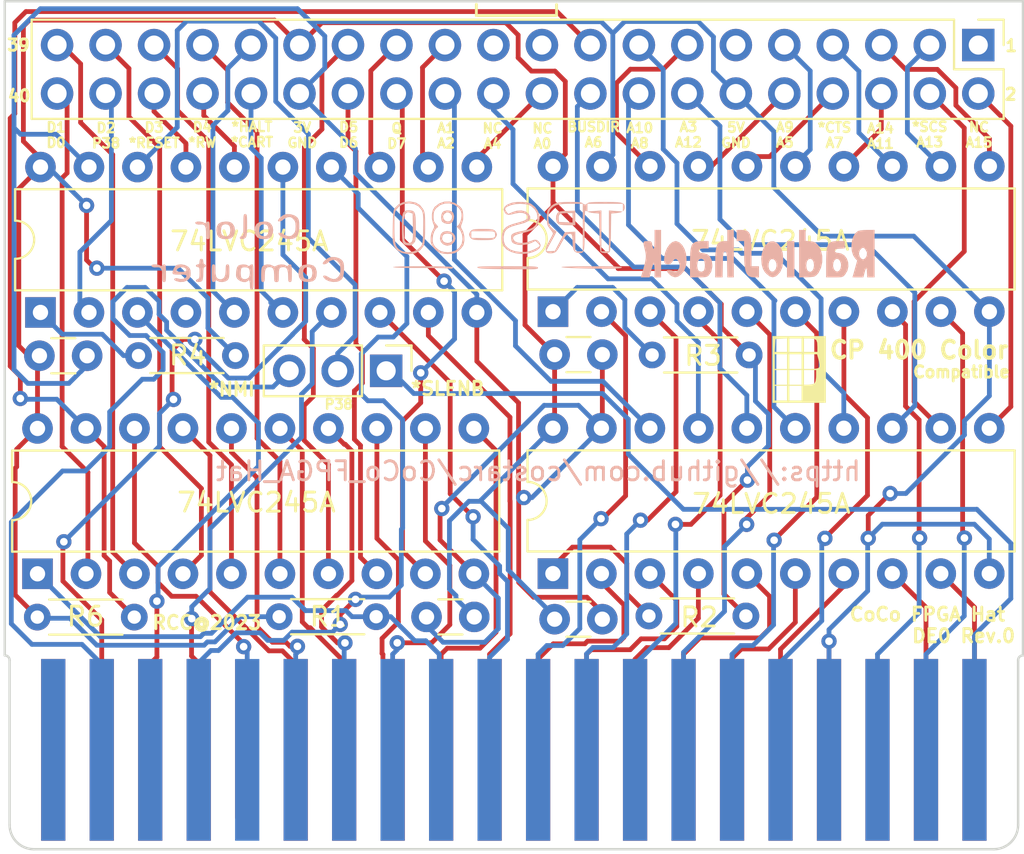
<source format=kicad_pcb>
(kicad_pcb (version 20211014) (generator pcbnew)
  (title_block (title "MSX DE1 Hat") (date "2023-01-09") (rev "1.1") (company "RCC"))
  (layers (0 "F.Cu" signal) (31 "B.Cu" signal) (34 "B.Paste" user) (35 "F.Paste" user) (36 "B.SilkS" user "B.Silkscreen") (37 "F.SilkS" user "F.Silkscreen") (38 "B.Mask" user) (39 "F.Mask" user) (44 "Edge.Cuts" user))
  (net 0 "")
  (net 1 "Vdd")
  (net 2 "*C_NMI_SLENB")
  (net 3 "*C_RW")
  (net 4 "*C_CTS")
  (net 5 "*C_RESET")
  (net 7 "*C_HALT")
  (net 8 "C_A9")
  (net 9 "C_A15")
  (net 10 "C_A11")
  (net 11 "C_A10")
  (net 12 "C_A6")
  (net 13 "C_A7")
  (net 14 "C_A8")
  (net 15 "C_A12")
  (net 16 "C_A13")
  (net 17 "C_D0")
  (net 18 "C_A14")
  (net 19 "C_D1")
  (net 20 "C_A0")
  (net 21 "C_D2")
  (net 22 "C_A1")
  (net 23 "C_D3")
  (net 24 "C_A2")
  (net 25 "C_D4")
  (net 26 "C_A3")
  (net 27 "C_D5")
  (net 28 "C_A4")
  (net 29 "C_D6")
  (net 30 "C_A5")
  (net 31 "C_D7")
  (net 32 "*SLENB")
  (net 33 "*NMI_SLENB")
  (net 34 "*SCS")
  (net 37 "*HALT")
  (net 38 "*NMI")
  (net 39 "*RESET")
  (net 40 "Q")
  (net 41 "*CART")
  (net 42 "+5V")
  (net 43 "D0")
  (net 44 "D1")
  (net 45 "D2")
  (net 46 "D3")
  (net 47 "D4")
  (net 48 "D5")
  (net 49 "D6")
  (net 50 "D7")
  (net 51 "A0")
  (net 52 "A1")
  (net 53 "A2")
  (net 54 "A3")
  (net 55 "A4")
  (net 56 "A5")
  (net 57 "A6")
  (net 58 "A7")
  (net 59 "A8")
  (net 60 "A9")
  (net 61 "A10")
  (net 62 "A11")
  (net 63 "A12")
  (net 64 "*CTS")
  (net 65 "A13")
  (net 66 "A14")
  (net 67 "A15")
  (net 68 "Net-(R2-Pad2)")
  (net 69 "GNDREF")
  (net 70 "Net-(R3-Pad2)")
  (net 71 "Net-(R4-Pad2)")
  (net 72 "{slash}C_BUSDIR")
  (net 73 "C_Q")
  (net 74 "*C_SCS")
  (net 76 "Net-(P1-Pad18)")
  (net 78 "*C_CART")
  (net 80 "*RW")
  (footprint "Resistor_THT:R_Axial_DIN0204_L3.6mm_D1.6mm_P5.08mm_Horizontal" (layer "F.Cu") (at 75.5 64.85)
    (fp_text reference "R1")
    (fp_text value "10K" hide)
  )
  (footprint "Capacitor_THT:C_Disc_D3.0mm_W1.6mm_P2.50mm" (layer "F.Cu") (at 92.43 51.11 180)
    (fp_text reference "C3" hide)
    (fp_text value "0.1uf")
  )
  (footprint "Capacitor_THT:C_Disc_D3.0mm_W1.6mm_P2.50mm" (layer "F.Cu") (at 92.43 64.98 180)
    (fp_text reference "C2" hide)
    (fp_text value "0.1uf" hide)
  )
  (footprint "Package_DIP:DIP-20_W7.62mm" (layer "F.Cu") (at 62.84 62.6 90)
    (fp_text reference "U1" hide)
    (fp_text value "74LVC245A")
  )
  (footprint "Package_DIP:DIP-20_W7.62mm" (layer "F.Cu") (at 89.845 48.86 90)
    (fp_text reference "U3" hide)
    (fp_text value "74LVC245A")
  )
  (footprint "Roni Footprints:COCO-CART-HAT" (layer "F.Cu") (at 61.125 77.036)
    (fp_text reference "P1" hide)
    (fp_text value "CoCo_Slot" hide)
    (fp_line (start 0 -44.45) (end 0 -10.16) (layer "Edge.Cuts") (width 0.127))
    (fp_line (start 1.524 0) (end 51.816 0) (layer "Edge.Cuts") (width 0.127))
    (fp_line (start 53.34 -44.45) (end 0 -44.45) (layer "Edge.Cuts") (width 0.127))
    (fp_line (start 0.254 -9.906) (end 0.254 -1.27) (layer "Edge.Cuts") (width 0.127))
    (fp_line (start 53.086 -1.27) (end 53.086 -9.906) (layer "Edge.Cuts") (width 0.127))
    (fp_line (start 53.34 -10.16) (end 53.34 -44.45) (layer "Edge.Cuts") (width 0.127))
    (fp_arc (start 0 -10.16) (mid 0.179605 -10.085605) (end 0.254 -9.906) (layer "Edge.Cuts") (width 0.127))
    (fp_arc (start 1.524 0) (mid 0.625974 -0.371974) (end 0.254 -1.27) (layer "Edge.Cuts") (width 0.127))
    (fp_arc (start 53.086 -9.906) (mid 53.160395 -10.085605) (end 53.34 -10.16) (layer "Edge.Cuts") (width 0.127))
    (fp_arc (start 53.086 -1.27) (mid 52.714026 -0.371974) (end 51.816 0) (layer "Edge.Cuts") (width 0.127))
  )
  (footprint "Resistor_THT:R_Axial_DIN0204_L3.6mm_D1.6mm_P5.08mm_Horizontal" (layer "F.Cu") (at 99.95 64.81 180)
    (fp_text reference "R2")
    (fp_text value "10K" hide)
  )
  (footprint "Capacitor_THT:C_Disc_D3.0mm_W1.6mm_P2.50mm" (layer "F.Cu") (at 83.22 64.86)
    (fp_text reference "C1" hide)
    (fp_text value "0.1uf" hide)
  )
  (footprint "LOGO" (layer "F.Cu") (at 102.74 51.85817)
    (fp_text reference "G***" hide)
    (fp_text value "LOGO" hide)
  )
  (footprint "Capacitor_THT:C_Disc_D3.0mm_W1.6mm_P2.50mm" (layer "F.Cu") (at 65.44 51.17 180)
    (fp_text reference "C4" hide)
    (fp_text value "0.1uf" hide)
  )
  (footprint "Resistor_THT:R_Axial_DIN0204_L3.6mm_D1.6mm_P5.08mm_Horizontal" (layer "F.Cu") (at 100.12 51.13 180)
    (fp_text reference "R3")
    (fp_text value "10K" hide)
  )
  (footprint "Package_DIP:DIP-20_W7.62mm" (layer "F.Cu") (at 62.995 48.9 90)
    (fp_text reference "U4" hide)
    (fp_text value "74LVC245A")
  )
  (footprint "Package_DIP:DIP-20_W7.62mm" (layer "F.Cu") (at 89.84 62.59 90)
    (fp_text reference "U2" hide)
    (fp_text value "74LVC245A")
  )
  (footprint "Resistor_THT:R_Axial_DIN0204_L3.6mm_D1.6mm_P5.08mm_Horizontal" (layer "F.Cu") (at 73.21 51.16 180)
    (fp_text reference "R4")
    (fp_text value "10K" hide)
  )
  (footprint "Connector_PinHeader_2.54mm:PinHeader_2x20_P2.54mm_Vertical" (layer "F.Cu") (at 112.125 34.885 -90)
    (fp_text reference "IDC1" hide)
    (fp_text value "DE0 GPIO" hide)
  )
  (footprint "Connector_PinHeader_2.54mm:PinHeader_1x03_P2.54mm_Vertical" (layer "F.Cu") (at 81.105 51.96 -90)
    (fp_text reference "J1" hide)
    (fp_text value "J1")
  )
  (footprint "Resistor_THT:R_Axial_DIN0204_L3.6mm_D1.6mm_P5.08mm_Horizontal" (layer "F.Cu") (at 62.83 64.87)
    (fp_text reference "R6")
    (fp_text value "10K" hide)
  )
  (footprint "LOGO" (layer "B.Cu") (at 87.399532 45.793534 180)
    (fp_text reference "G***" hide)
    (fp_text value "LOGO" hide)
  )
  (gr_line (start 90.03 33.34) (end 85.83 33.34) (layer "F.SilkS") (width 0.15))
  (gr_line (start 90.03 32.76) (end 90.03 33.32) (layer "F.SilkS") (width 0.15))
  (gr_line (start 85.83 33.34) (end 85.83 32.75) (layer "F.SilkS") (width 0.15))
  (gr_text "https://github.com/costarc/CoCo_FPGA_Hat" (at 89.08 57.22) (layer "B.SilkS") (effects (font (size 1 1)) (justify mirror)))
  (gr_text "D1\nD0" (at 63.81 39.6) (layer "F.SilkS") (effects (font (size 0.5 0.5) (thickness 0.125))))
  (gr_text "*SLENB" (at 84.33 52.89) (layer "F.SilkS") (effects (font (size 0.7 0.7))))
  (gr_text "A14\nA11" (at 107 39.65) (layer "F.SilkS") (effects (font (size 0.5 0.5) (thickness 0.125))))
  (gr_text "D2\nP38" (at 66.43 39.63) (layer "F.SilkS") (effects (font (size 0.5 0.5) (thickness 0.125))))
  (gr_text "*HALT\n*CART" (at 74.07 39.57) (layer "F.SilkS") (effects (font (size 0.5 0.5) (thickness 0.125))))
  (gr_text "*NMI" (at 73.01 52.93) (layer "F.SilkS") (effects (font (size 0.7 0.7))))
  (gr_text "Q\nD7" (at 81.66 39.65) (layer "F.SilkS") (effects (font (size 0.5 0.5) (thickness 0.125))))
  (gr_text "CoCo FPGA Hat \nDE0 Rev.0" (at 114.14 65.29) (layer "F.SilkS") (effects (font (size 0.7 0.7)) (justify right)))
  (gr_text "3V\nGND" (at 76.71 39.61) (layer "F.SilkS") (effects (font (size 0.5 0.5) (thickness 0.125))))
  (gr_text "RCC@2023" (at 71.71 65.16) (layer "F.SilkS") (effects (font (size 0.7 0.7))))
  (gr_text "A3\nA12" (at 96.94 39.58) (layer "F.SilkS") (effects (font (size 0.5 0.5) (thickness 0.125))))
  (gr_text "BUSDIR\nA6" (at 91.97 39.58) (layer "F.SilkS") (effects (font (size 0.5 0.5) (thickness 0.125))))
  (gr_text "5V\nGND" (at 99.43 39.61) (layer "F.SilkS") (effects (font (size 0.5 0.5) (thickness 0.125))))
  (gr_text "NC\nA0" (at 89.29 39.65) (layer "F.SilkS") (effects (font (size 0.5 0.5) (thickness 0.125))))
  (gr_text "D5\nD6" (at 79.14 39.59) (layer "F.SilkS") (effects (font (size 0.5 0.5) (thickness 0.125))))
  (gr_text "Compatible" (at 111.24 52.02) (layer "F.SilkS") (effects (font (size 0.6 0.6))))
  (gr_text "A10\nA8" (at 94.39 39.63) (layer "F.SilkS") (effects (font (size 0.5 0.5) (thickness 0.125))))
  (gr_text "39" (at 61.84 34.89) (layer "F.SilkS") (effects (font (size 0.6 0.6))))
  (gr_text "1" (at 113.85 34.92) (layer "F.SilkS") (effects (font (size 0.6 0.6))))
  (gr_text "A9\nA5" (at 101.99 39.59) (layer "F.SilkS") (effects (font (size 0.5 0.5) (thickness 0.125))))
  (gr_text "P38" (at 78.62 53.72) (layer "F.SilkS") (effects (font (size 0.5 0.5) (thickness 0.125))))
  (gr_text "*SCS\nA13" (at 109.58 39.57) (layer "F.SilkS") (effects (font (size 0.5 0.5) (thickness 0.125))))
  (gr_text "D3\n*RESET" (at 68.95 39.61) (layer "F.SilkS") (effects (font (size 0.5 0.5) (thickness 0.125))))
  (gr_text "*CTS\nA7" (at 104.59 39.61) (layer "F.SilkS") (effects (font (size 0.5 0.5) (thickness 0.125))))
  (gr_text "NC\nA4" (at 86.68 39.65) (layer "F.SilkS") (effects (font (size 0.5 0.5) (thickness 0.125))))
  (gr_text "D4\n*RW" (at 71.47 39.59) (layer "F.SilkS") (effects (font (size 0.5 0.5) (thickness 0.125))))
  (gr_text "40" (at 61.88 37.55) (layer "F.SilkS") (effects (font (size 0.6 0.6))))
  (gr_text "CP 400 Color\n" (at 113.8 50.87) (layer "F.SilkS") (effects (font (size 0.9 0.9) (thickness 0.2)) (justify right)))
  (gr_text "2" (at 113.82 37.47) (layer "F.SilkS") (effects (font (size 0.6 0.6))))
  (gr_text "NC\nA15" (at 112.16 39.59) (layer "F.SilkS") (effects (font (size 0.5 0.5) (thickness 0.125))))
  (gr_text "A1\nA2" (at 84.24 39.63) (layer "F.SilkS") (effects (font (size 0.5 0.5) (thickness 0.125))))
  (segment (start 88.72 36.25) (end 89.95 36.25) (width 0.25) (layer "F.Cu") (net 1))
  (segment (start 93.26 46.54) (end 89.845 43.125) (width 0.25) (layer "F.Cu") (net 1))
  (segment (start 62.995 41.28) (end 61.86 42.415) (width 0.25) (layer "F.Cu") (net 1))
  (segment (start 89.93 54.88) (end 89.84 54.97) (width 0.25) (layer "F.Cu") (net 1))
  (segment (start 62.38 51.17) (end 62.94 51.17) (width 0.25) (layer "F.Cu") (net 1))
  (segment (start 89.845 43.355) (end 88.38 44.82) (width 0.25) (layer "F.Cu") (net 1))
  (segment (start 90.49 40.595) (end 89.845 41.24) (width 0.25) (layer "F.Cu") (net 1))
  (segment (start 99.95 64.81) (end 98.8 63.66) (width 0.25) (layer "F.Cu") (net 1))
  (segment (start 98.778198 58.938198) (end 98.816396 58.9) (width 0.25) (layer "F.Cu") (net 1))
  (segment (start 98.8 63.66) (end 98.8 58.96) (width 0.25) (layer "F.Cu") (net 1))
  (segment (start 96.795991 46.6) (end 93.26 46.6) (width 0.25) (layer "F.Cu") (net 1))
  (segment (start 61.75 56.07) (end 61.75 56.99) (width 0.25) (layer "F.Cu") (net 1))
  (segment (start 62.84 54.98) (end 61.75 56.07) (width 0.25) (layer "F.Cu") (net 1))
  (segment (start 90.49 36.79) (end 90.49 40.595) (width 0.25) (layer "F.Cu") (net 1))
  (segment (start 98.66 49.67) (end 98.66 48.464009) (width 0.25) (layer "F.Cu") (net 1))
  (segment (start 89.845 41.24) (end 89.845 43.125) (width 0.25) (layer "F.Cu") (net 1))
  (segment (start 62.995 40.825) (end 62.995 41.28) (width 0.25) (layer "F.Cu") (net 1))
  (segment (start 62.1 39.93) (end 62.995 40.825) (width 0.25) (layer "F.Cu") (net 1))
  (segment (start 100.12 51.13) (end 98.66 49.67) (width 0.25) (layer "F.Cu") (net 1))
  (segment (start 62.84 54.98) (end 62.84 51.27) (width 0.25) (layer "F.Cu") (net 1))
  (segment (start 89.95 36.25) (end 90.49 36.79) (width 0.25) (layer "F.Cu") (net 1))
  (segment (start 98.816396 58.9) (end 98.82 58.9) (width 0.25) (layer "F.Cu") (net 1))
  (segment (start 98.66 48.464009) (end 96.795991 46.6) (width 0.25) (layer "F.Cu") (net 1))
  (segment (start 98.8 58.96) (end 98.778198 58.938198) (width 0.25) (layer "F.Cu") (net 1))
  (segment (start 88.02 34.36) (end 88.02 35.55) (width 0.25) (layer "F.Cu") (net 1))
  (segment (start 75.26 33.58) (end 62.42 33.58) (width 0.25) (layer "F.Cu") (net 1))
  (segment (start 93.26 46.6) (end 93.26 46.54) (width 0.25) (layer "F.Cu") (net 1))
  (segment (start 89.93 51.11) (end 89.93 54.88) (width 0.25) (layer "F.Cu") (net 1))
  (segment (start 65.41 46.15) (end 65.41 43.29) (width 0.25) (layer "F.Cu") (net 1))
  (segment (start 61.75 56.99) (end 61.67 57.07) (width 0.25) (layer "F.Cu") (net 1))
  (segment (start 76.565 34.885) (end 75.26 33.58) (width 0.25) (layer "F.Cu") (net 1))
  (segment (start 61.86 50.65) (end 62.38 51.17) (width 0.25) (layer "F.Cu") (net 1))
  (segment (start 88.38 49.56) (end 89.93 51.11) (width 0.25) (layer "F.Cu") (net 1))
  (segment (start 88.38 44.82) (end 88.38 49.56) (width 0.25) (layer "F.Cu") (net 1))
  (segment (start 65.84 46.58) (end 65.41 46.15) (width 0.25) (layer "F.Cu") (net 1))
  (segment (start 65.95 46.58) (end 65.84 46.58) (width 0.25) (layer "F.Cu") (net 1))
  (segment (start 62.1 33.9) (end 62.1 39.93) (width 0.25) (layer "F.Cu") (net 1))
  (segment (start 61.67 63.71) (end 62.83 64.87) (width 0.25) (layer "F.Cu") (net 1))
  (segment (start 62.84 51.27) (end 62.94 51.17) (width 0.25) (layer "F.Cu") (net 1))
  (segment (start 61.67 57.07) (end 61.67 63.71) (width 0.25) (layer "F.Cu") (net 1))
  (segment (start 62.42 33.58) (end 62.1 33.9) (width 0.25) (layer "F.Cu") (net 1))
  (segment (start 98.82 58.9) (end 100.03 57.69) (width 0.25) (layer "F.Cu") (net 1))
  (segment (start 89.845 43.125) (end 89.845 43.355) (width 0.25) (layer "F.Cu") (net 1))
  (segment (start 87.37 33.71) (end 88.02 34.36) (width 0.25) (layer "F.Cu") (net 1))
  (segment (start 61.86 42.415) (end 61.86 50.65) (width 0.25) (layer "F.Cu") (net 1))
  (segment (start 77.74 33.71) (end 87.37 33.71) (width 0.25) (layer "F.Cu") (net 1))
  (segment (start 88.02 35.55) (end 88.72 36.25) (width 0.25) (layer "F.Cu") (net 1))
  (segment (start 76.565 34.885) (end 77.74 33.71) (width 0.25) (layer "F.Cu") (net 1))
  (via (at 65.41 43.29) (size 0.8) (drill 0.4) (layers "F.Cu" "B.Cu") (net 1))
  (via (at 65.95 46.58) (size 0.8) (drill 0.4) (layers "F.Cu" "B.Cu") (net 1))
  (via (at 100.03 57.69) (size 0.8) (drill 0.4) (layers "F.Cu" "B.Cu") (net 1))
  (segment (start 65.41 43.29) (end 63.4 41.28) (width 0.25) (layer "B.Cu") (net 1))
  (segment (start 62.89 64.93) (end 64.533604 64.93) (width 0.25) (layer "B.Cu") (net 1))
  (segment (start 89.84 54.97) (end 86.08 58.73) (width 0.25) (layer "B.Cu") (net 1))
  (segment (start 71.738909 66.17) (end 72.136396 66.17) (width 0.25) (layer "B.Cu") (net 1))
  (segment (start 65.948604 66.345) (end 71.563909 66.345) (width 0.25) (layer "B.Cu") (net 1))
  (segment (start 71.563909 66.345) (end 71.738909 66.17) (width 0.25) (layer "B.Cu") (net 1))
  (segment (start 100.03 56.99) (end 101.13 55.89) (width 0.25) (layer "B.Cu") (net 1))
  (segment (start 101.13 55.89) (end 101.13 54.23) (width 0.25) (layer "B.Cu") (net 1))
  (segment (start 64.533604 64.93) (end 65.948604 66.345) (width 0.25) (layer "B.Cu") (net 1))
  (segment (start 86.08 58.73) (end 86.08 58.8) (width 0.25) (layer "B.Cu") (net 1))
  (segment (start 70.2 46.58) (end 65.95 46.58) (width 0.25) (layer "B.Cu") (net 1))
  (segment (start 84.76 63.9) (end 85.72 64.86) (width 0.25) (layer "B.Cu") (net 1))
  (segment (start 100.45 53.55) (end 100.45 51.46) (width 0.25) (layer "B.Cu") (net 1))
  (segment (start 71.77 49.72) (end 71.77 48.151396) (width 0.25) (layer "B.Cu") (net 1))
  (segment (start 70.34 46.72) (end 70.2 46.58) (width 0.25) (layer "B.Cu") (net 1))
  (segment (start 73.456396 64.85) (end 75.5 64.85) (width 0.25) (layer "B.Cu") (net 1))
  (segment (start 62.83 64.87) (end 62.89 64.93) (width 0.25) (layer "B.Cu") (net 1))
  (segment (start 86.08 58.8) (end 85.44 58.8) (width 0.25) (layer "B.Cu") (net 1))
  (segment (start 63.4 41.28) (end 62.995 41.28) (width 0.25) (layer "B.Cu") (net 1))
  (segment (start 72.136396 66.17) (end 73.456396 64.85) (width 0.25) (layer "B.Cu") (net 1))
  (segment (start 70.85 47.231396) (end 70.85 47.23) (width 0.25) (layer "B.Cu") (net 1))
  (segment (start 87.5 60.22) (end 86.08 58.8) (width 0.25) (layer "B.Cu") (net 1))
  (segment (start 100.45 51.46) (end 100.12 51.13) (width 0.25) (layer "B.Cu") (net 1))
  (segment (start 71.77 48.151396) (end 70.85 47.231396) (width 0.25) (layer "B.Cu") (net 1))
  (segment (start 70.85 47.23) (end 70.34 46.72) (width 0.25) (layer "B.Cu") (net 1))
  (segment (start 85.44 58.8) (end 84.42 59.82) (width 0.25) (layer "B.Cu") (net 1))
  (segment (start 73.21 51.16) (end 71.77 49.72) (width 0.25) (layer "B.Cu") (net 1))
  (segment (start 84.76 63.74) (end 84.76 63.9) (width 0.25) (layer "B.Cu") (net 1))
  (segment (start 84.42 59.82) (end 84.42 63.4) (width 0.25) (layer "B.Cu") (net 1))
  (segment (start 89.93 64.83) (end 87.5 62.4) (width 0.25) (layer "B.Cu") (net 1))
  (segment (start 100.03 57.69) (end 100.03 56.99) (width 0.25) (layer "B.Cu") (net 1))
  (segment (start 87.5 62.4) (end 87.5 60.22) (width 0.25) (layer "B.Cu") (net 1))
  (segment (start 101.13 54.23) (end 100.45 53.55) (width 0.25) (layer "B.Cu") (net 1))
  (segment (start 84.42 63.4) (end 84.76 63.74) (width 0.25) (layer "B.Cu") (net 1))
  (segment (start 65.06 48.425) (end 65.535 48.9) (width 0.25) (layer "B.Cu") (net 2))
  (segment (start 66.71 37.73) (end 66.71 44.08) (width 0.25) (layer "B.Cu") (net 2))
  (segment (start 66.71 44.08) (end 65.06 45.73) (width 0.25) (layer "B.Cu") (net 2))
  (segment (start 66.405 37.425) (end 66.71 37.73) (width 0.25) (layer "B.Cu") (net 2))
  (segment (start 65.06 45.73) (end 65.06 48.425) (width 0.25) (layer "B.Cu") (net 2))
  (segment (start 73.155 41.28) (end 73.155 40.185) (width 0.25) (layer "F.Cu") (net 3))
  (segment (start 71.55 38.58) (end 71.55 37.49) (width 0.25) (layer "F.Cu") (net 3))
  (segment (start 73.155 40.185) (end 71.55 38.58) (width 0.25) (layer "F.Cu") (net 3))
  (segment (start 71.55 37.49) (end 71.485 37.425) (width 0.25) (layer "F.Cu") (net 3))
  (segment (start 105.87 39.485) (end 107.625 41.24) (width 0.25) (layer "B.Cu") (net 4))
  (segment (start 104.505 34.885) (end 105.87 36.25) (width 0.25) (layer "B.Cu") (net 4))
  (segment (start 105.87 36.25) (end 105.87 39.485) (width 0.25) (layer "B.Cu") (net 4))
  (segment (start 68.945 38.365) (end 70.61 40.03) (width 0.25) (layer "F.Cu") (net 5))
  (segment (start 70.61 40.12) (end 70.615 40.125) (width 0.25) (layer "F.Cu") (net 5))
  (segment (start 68.945 37.425) (end 68.945 38.365) (width 0.25) (layer "F.Cu") (net 5))
  (segment (start 70.615 40.125) (end 70.615 41.28) (width 0.25) (layer "F.Cu") (net 5))
  (segment (start 70.61 40.03) (end 70.61 40.12) (width 0.25) (layer "F.Cu") (net 5))
  (segment (start 72.03 47.775) (end 72.03 39.1) (width 0.25) (layer "B.Cu") (net 7))
  (segment (start 72.03 39.1) (end 72.82 38.31) (width 0.25) (layer "B.Cu") (net 7))
  (segment (start 72.809999 38.320001) (end 72.809999 36.100001) (width 0.25) (layer "B.Cu") (net 7))
  (segment (start 72.84 36.07) (end 74.025 34.885) (width 0.25) (layer "B.Cu") (net 7))
  (segment (start 73.155 48.9) (end 72.03 47.775) (width 0.25) (layer "B.Cu") (net 7))
  (segment (start 72.809999 36.100001) (end 74.025 34.885) (width 0.25) (layer "B.Cu") (net 7))
  (segment (start 101.965 34.885) (end 103.32 36.24) (width 0.25) (layer "B.Cu") (net 8))
  (segment (start 103.32 36.24) (end 103.32 40.36) (width 0.25) (layer "B.Cu") (net 8))
  (segment (start 102.545 41.135) (end 102.545 41.24) (width 0.25) (layer "B.Cu") (net 8))
  (segment (start 103.32 40.36) (end 102.545 41.135) (width 0.25) (layer "B.Cu") (net 8))
  (segment (start 112.7 54.97) (end 113.83 53.84) (width 0.25) (layer "F.Cu") (net 9))
  (segment (start 113.83 39.13) (end 112.125 37.425) (width 0.25) (layer "F.Cu") (net 9))
  (segment (start 113.83 53.84) (end 113.83 39.13) (width 0.25) (layer "F.Cu") (net 9))
  (segment (start 107.045 37.425) (end 107.045 39.28) (width 0.25) (layer "F.Cu") (net 10))
  (segment (start 107.045 39.28) (end 105.085 41.24) (width 0.25) (layer "F.Cu") (net 10))
  (segment (start 103.89 48.18) (end 101.51 45.8) (width 0.25) (layer "B.Cu") (net 11))
  (segment (start 94.345 34.885) (end 95.619278 36.159278) (width 0.25) (layer "B.Cu") (net 11))
  (segment (start 103.89 51.93) (end 103.89 48.18) (width 0.25) (layer "B.Cu") (net 11))
  (segment (start 95.619278 40.343287) (end 96.34 41.064009) (width 0.25) (layer "B.Cu") (net 11))
  (segment (start 99.553604 45.62) (end 97.71 45.62) (width 0.25) (layer "B.Cu") (net 11))
  (segment (start 95.619278 36.159278) (end 95.619278 40.343287) (width 0.25) (layer "B.Cu") (net 11))
  (segment (start 105.08 53.12) (end 103.89 51.93) (width 0.25) (layer "B.Cu") (net 11))
  (segment (start 96.34 41.064009) (end 96.34 44.25) (width 0.25) (layer "B.Cu") (net 11))
  (segment (start 101.51 45.8) (end 99.733604 45.8) (width 0.25) (layer "B.Cu") (net 11))
  (segment (start 105.08 54.97) (end 105.08 53.12) (width 0.25) (layer "B.Cu") (net 11))
  (segment (start 96.34 44.25) (end 97.71 45.62) (width 0.25) (layer "B.Cu") (net 11))
  (segment (start 99.733604 45.8) (end 99.553604 45.62) (width 0.25) (layer "B.Cu") (net 11))
  (segment (start 100 54.97) (end 100 53.24) (width 0.25) (layer "B.Cu") (net 12))
  (segment (start 91.12 43.56) (end 91.12 38.11) (width 0.25) (layer "B.Cu") (net 12))
  (segment (start 94.08 46.52) (end 91.12 43.56) (width 0.25) (layer "B.Cu") (net 12))
  (segment (start 98.59 51.83) (end 98.59 48.394009) (width 0.25) (layer "B.Cu") (net 12))
  (segment (start 98.59 48.394009) (end 96.715991 46.52) (width 0.25) (layer "B.Cu") (net 12))
  (segment (start 91.12 38.11) (end 91.805 37.425) (width 0.25) (layer "B.Cu") (net 12))
  (segment (start 96.715991 46.52) (end 94.08 46.52) (width 0.25) (layer "B.Cu") (net 12))
  (segment (start 100 53.24) (end 98.59 51.83) (width 0.25) (layer "B.Cu") (net 12))
  (segment (start 101.2 40.73) (end 100.515 40.73) (width 0.25) (layer "F.Cu") (net 13))
  (segment (start 104.505 37.425) (end 101.2 40.73) (width 0.25) (layer "F.Cu") (net 13))
  (segment (start 100.515 40.73) (end 100.005 41.24) (width 0.25) (layer "F.Cu") (net 13))
  (segment (start 101.47 48.28) (end 99.26 46.07) (width 0.25) (layer "B.Cu") (net 14))
  (segment (start 93.8 44.31) (end 93.8 37.97) (width 0.25) (layer "B.Cu") (net 14))
  (segment (start 101.42 53.85) (end 101.42 48.33) (width 0.25) (layer "B.Cu") (net 14))
  (segment (start 99.26 46.07) (end 95.56 46.07) (width 0.25) (layer "B.Cu") (net 14))
  (segment (start 95.56 46.07) (end 93.8 44.31) (width 0.25) (layer "B.Cu") (net 14))
  (segment (start 93.8 37.97) (end 94.345 37.425) (width 0.25) (layer "B.Cu") (net 14))
  (segment (start 102.54 54.97) (end 101.42 53.85) (width 0.25) (layer "B.Cu") (net 14))
  (segment (start 101.42 48.33) (end 101.47 48.28) (width 0.25) (layer "B.Cu") (net 14))
  (segment (start 107.62 54.97) (end 108.8 53.79) (width 0.25) (layer "B.Cu") (net 15))
  (segment (start 98.59 44.02) (end 98.59 39.13) (width 0.25) (layer "B.Cu") (net 15))
  (segment (start 98.59 39.13) (end 96.885 37.425) (width 0.25) (layer "B.Cu") (net 15))
  (segment (start 99.92 45.35) (end 98.59 44.02) (width 0.25) (layer "B.Cu") (net 15))
  (segment (start 108.8 47.86) (end 106.29 45.35) (width 0.25) (layer "B.Cu") (net 15))
  (segment (start 106.29 45.35) (end 99.92 45.35) (width 0.25) (layer "B.Cu") (net 15))
  (segment (start 108.8 53.79) (end 108.8 47.86) (width 0.25) (layer "B.Cu") (net 15))
  (segment (start 108.765 53.575) (end 108.765 48.325) (width 0.25) (layer "F.Cu") (net 16))
  (segment (start 108.765 48.325) (end 111.39 45.7) (width 0.25) (layer "F.Cu") (net 16))
  (segment (start 111.39 45.7) (end 111.39 39.23) (width 0.25) (layer "F.Cu") (net 16))
  (segment (start 110.16 54.97) (end 108.765 53.575) (width 0.25) (layer "F.Cu") (net 16))
  (segment (start 111.39 39.23) (end 109.585 37.425) (width 0.25) (layer "F.Cu") (net 16))
  (segment (start 63.865 37.425) (end 64.39 37.95) (width 0.25) (layer "F.Cu") (net 17))
  (segment (start 65.48 57.28) (end 65.48 62.5) (width 0.25) (layer "F.Cu") (net 17))
  (segment (start 64.13 55.93) (end 65.48 57.28) (width 0.25) (layer "F.Cu") (net 17))
  (segment (start 65.48 62.5) (end 65.38 62.6) (width 0.25) (layer "F.Cu") (net 17))
  (segment (start 64.39 41.59) (end 64.13 41.85) (width 0.25) (layer "F.Cu") (net 17))
  (segment (start 64.13 41.85) (end 64.13 55.93) (width 0.25) (layer "F.Cu") (net 17))
  (segment (start 64.39 37.95) (end 64.39 41.59) (width 0.25) (layer "F.Cu") (net 17))
  (segment (start 112.705 39.795) (end 112.705 41.24) (width 0.25) (layer "F.Cu") (net 18))
  (segment (start 108.32 36.16) (end 109.981701 36.16) (width 0.25) (layer "F.Cu") (net 18))
  (segment (start 110.95 38.04) (end 112.705 39.795) (width 0.25) (layer "F.Cu") (net 18))
  (segment (start 107.045 34.885) (end 108.32 36.16) (width 0.25) (layer "F.Cu") (net 18))
  (segment (start 110.95 37.128299) (end 110.95 38.04) (width 0.25) (layer "F.Cu") (net 18))
  (segment (start 109.981701 36.16) (end 110.95 37.128299) (width 0.25) (layer "F.Cu") (net 18))
  (segment (start 66.78 40.63) (end 66.78 61.46) (width 0.25) (layer "F.Cu") (net 19))
  (segment (start 65.1 38.95) (end 66.78 40.63) (width 0.25) (layer "F.Cu") (net 19))
  (segment (start 65.1 35.87) (end 65.1 38.95) (width 0.25) (layer "F.Cu") (net 19))
  (segment (start 63.865 34.885) (end 64.115 34.885) (width 0.25) (layer "F.Cu") (net 19))
  (segment (start 64.115 34.885) (end 65.1 35.87) (width 0.25) (layer "F.Cu") (net 19))
  (segment (start 66.78 61.46) (end 67.92 62.6) (width 0.25) (layer "F.Cu") (net 19))
  (segment (start 85.855 40.835) (end 89.265 37.425) (width 0.25) (layer "F.Cu") (net 20))
  (segment (start 85.855 41.28) (end 85.855 40.835) (width 0.25) (layer "F.Cu") (net 20))
  (segment (start 71.425 61.635) (end 71.425 58.125) (width 0.25) (layer "F.Cu") (net 21))
  (segment (start 69.24 40.26) (end 67.63 38.65) (width 0.25) (layer "F.Cu") (net 21))
  (segment (start 70.46 62.6) (end 71.425 61.635) (width 0.25) (layer "F.Cu") (net 21))
  (segment (start 67.63 38.65) (end 67.63 36.11) (width 0.25) (layer "F.Cu") (net 21))
  (segment (start 69.24 55.94) (end 69.24 40.26) (width 0.25) (layer "F.Cu") (net 21))
  (segment (start 67.63 36.11) (end 66.405 34.885) (width 0.25) (layer "F.Cu") (net 21))
  (segment (start 71.425 58.125) (end 69.24 55.94) (width 0.25) (layer "F.Cu") (net 21))
  (segment (start 83.01 36.06) (end 83.01 40.975) (width 0.25) (layer "F.Cu") (net 22))
  (segment (start 84.185 34.885) (end 83.01 36.06) (width 0.25) (layer "F.Cu") (net 22))
  (segment (start 83.01 40.975) (end 83.315 41.28) (width 0.25) (layer "F.Cu") (net 22))
  (segment (start 71.81 39.935) (end 71.615 39.74) (width 0.25) (layer "F.Cu") (net 23))
  (segment (start 70.18 36.12) (end 68.945 34.885) (width 0.25) (layer "F.Cu") (net 23))
  (segment (start 71.6 39.74) (end 70.18 38.32) (width 0.25) (layer "F.Cu") (net 23))
  (segment (start 73 56.883604) (end 71.81 55.693604) (width 0.25) (layer "F.Cu") (net 23))
  (segment (start 70.18 38.32) (end 70.18 36.12) (width 0.25) (layer "F.Cu") (net 23))
  (segment (start 71.615 39.74) (end 71.6 39.74) (width 0.25) (layer "F.Cu") (net 23))
  (segment (start 73 62.6) (end 73 56.883604) (width 0.25) (layer "F.Cu") (net 23))
  (segment (start 71.81 55.693604) (end 71.81 39.935) (width 0.25) (layer "F.Cu") (net 23))
  (segment (start 84.185 37.425) (end 84.68 37.92) (width 0.25) (layer "B.Cu") (net 24))
  (segment (start 87.88 49.334009) (end 87.88 50.650991) (width 0.25) (layer "B.Cu") (net 24))
  (segment (start 89.739009 52.51) (end 92.46 52.51) (width 0.25) (layer "B.Cu") (net 24))
  (segment (start 87.88 50.650991) (end 89.739009 52.51) (width 0.25) (layer "B.Cu") (net 24))
  (segment (start 84.68 46.134009) (end 87.88 49.334009) (width 0.25) (layer "B.Cu") (net 24))
  (segment (start 92.46 52.51) (end 94.92 54.97) (width 0.25) (layer "B.Cu") (net 24))
  (segment (start 84.68 37.92) (end 84.68 46.134009) (width 0.25) (layer "B.Cu") (net 24))
  (segment (start 75.54 62.6) (end 75.54 56.7) (width 0.25) (layer "F.Cu") (net 25))
  (segment (start 72.8 36.2) (end 71.485 34.885) (width 0.25) (layer "F.Cu") (net 25))
  (segment (start 74.34 39.44) (end 72.8 37.9) (width 0.25) (layer "F.Cu") (net 25))
  (segment (start 74.34 55.5) (end 74.34 39.44) (width 0.25) (layer "F.Cu") (net 25))
  (segment (start 72.8 37.9) (end 72.8 36.2) (width 0.25) (layer "F.Cu") (net 25))
  (segment (start 75.54 56.7) (end 74.34 55.5) (width 0.25) (layer "F.Cu") (net 25))
  (segment (start 93.9 36.15) (end 93.17 36.88) (width 0.25) (layer "F.Cu") (net 26))
  (segment (start 93.17 39.485) (end 94.925 41.24) (width 0.25) (layer "F.Cu") (net 26))
  (segment (start 96.885 34.885) (end 95.62 36.15) (width 0.25) (layer "F.Cu") (net 26))
  (segment (start 93.17 36.88) (end 93.17 39.485) (width 0.25) (layer "F.Cu") (net 26))
  (segment (start 95.62 36.15) (end 93.9 36.15) (width 0.25) (layer "F.Cu") (net 26))
  (segment (start 77.29 50.79) (end 76.81 50.31) (width 0.25) (layer "F.Cu") (net 27))
  (segment (start 76.81 53.78) (end 77.29 53.3) (width 0.25) (layer "F.Cu") (net 27))
  (segment (start 78.08 62.6) (end 78.08 56.87) (width 0.25) (layer "F.Cu") (net 27))
  (segment (start 77.74 36.25) (end 79.105 34.885) (width 0.25) (layer "F.Cu") (net 27))
  (segment (start 77.29 53.3) (end 77.29 50.79) (width 0.25) (layer "F.Cu") (net 27))
  (segment (start 76.81 50.31) (end 76.82 50.3) (width 0.25) (layer "F.Cu") (net 27))
  (segment (start 77.74 39.3) (end 77.74 36.25) (width 0.25) (layer "F.Cu") (net 27))
  (segment (start 76.82 40.22) (end 77.74 39.3) (width 0.25) (layer "F.Cu") (net 27))
  (segment (start 76.82 50.3) (end 76.82 40.22) (width 0.25) (layer "F.Cu") (net 27))
  (segment (start 76.81 55.6) (end 76.81 53.78) (width 0.25) (layer "F.Cu") (net 27))
  (segment (start 78.08 56.87) (end 76.81 55.6) (width 0.25) (layer "F.Cu") (net 27))
  (segment (start 92.73 47.14) (end 87.75 42.16) (width 0.25) (layer "B.Cu") (net 28))
  (segment (start 96.34 48.46) (end 95.02 47.14) (width 0.25) (layer "B.Cu") (net 28))
  (segment (start 96.34 49.35) (end 96.34 48.46) (width 0.25) (layer "B.Cu") (net 28))
  (segment (start 95.02 47.14) (end 92.73 47.14) (width 0.25) (layer "B.Cu") (net 28))
  (segment (start 97.46 54.97) (end 97.46 50.47) (width 0.25) (layer "B.Cu") (net 28))
  (segment (start 86.725 38.285) (end 86.725 37.425) (width 0.25) (layer "B.Cu") (net 28))
  (segment (start 87.75 42.16) (end 87.75 39.31) (width 0.25) (layer "B.Cu") (net 28))
  (segment (start 87.75 39.31) (end 86.725 38.285) (width 0.25) (layer "B.Cu") (net 28))
  (segment (start 97.46 50.47) (end 96.34 49.35) (width 0.25) (layer "B.Cu") (net 28))
  (segment (start 79.52 50.56) (end 79.52 40.45) (width 0.25) (layer "F.Cu") (net 29))
  (segment (start 79.105 40.035) (end 79.52 40.45) (width 0.25) (layer "F.Cu") (net 29))
  (segment (start 79.86 52.6) (end 79.86 50.9) (width 0.25) (layer "F.Cu") (net 29))
  (segment (start 79.105 37.425) (end 79.105 40.035) (width 0.25) (layer "F.Cu") (net 29))
  (segment (start 79.76 55.87) (end 79.76 61.74) (width 0.25) (layer "F.Cu") (net 29))
  (segment (start 79.86 50.9) (end 79.52 50.56) (width 0.25) (layer "F.Cu") (net 29))
  (segment (start 79.76 61.74) (end 80.62 62.6) (width 0.25) (layer "F.Cu") (net 29))
  (segment (start 79.44 53.02) (end 79.86 52.6) (width 0.25) (layer "F.Cu") (net 29))
  (segment (start 79.44 55.55) (end 79.76 55.87) (width 0.25) (layer "F.Cu") (net 29))
  (segment (start 79.44 53) (end 79.44 55.55) (width 0.25) (layer "F.Cu") (net 29))
  (segment (start 98.15 41.24) (end 97.465 41.24) (width 0.25) (layer "F.Cu") (net 30))
  (segment (start 101.965 37.425) (end 98.15 41.24) (width 0.25) (layer "F.Cu") (net 30))
  (segment (start 82.915201 53.633808) (end 81.96 54.589009) (width 0.25) (layer "F.Cu") (net 31))
  (segment (start 81.95 45.070589) (end 81.95 37.73) (width 0.25) (layer "F.Cu") (net 31))
  (segment (start 81.96 61.4) (end 83.16 62.6) (width 0.25) (layer "F.Cu") (net 31))
  (segment (start 82.915201 52.064799) (end 82.915201 53.633808) (width 0.25) (layer "F.Cu") (net 31))
  (segment (start 81.96 54.589009) (end 81.96 61.4) (width 0.25) (layer "F.Cu") (net 31))
  (segment (start 81.95 37.73) (end 81.645 37.425) (width 0.25) (layer "F.Cu") (net 31))
  (segment (start 84.139705 47.260294) (end 81.95 45.070589) (width 0.25) (layer "F.Cu") (net 31))
  (via (at 84.139705 47.260294) (size 0.8) (drill 0.4) (layers "F.Cu" "B.Cu") (net 31))
  (via (at 82.915201 52.064799) (size 0.8) (drill 0.4) (layers "F.Cu" "B.Cu") (net 31))
  (segment (start 84.69 50.29) (end 84.69 47.810589) (width 0.25) (layer "B.Cu") (net 31))
  (segment (start 84.69 47.810589) (end 84.139705 47.260294) (width 0.25) (layer "B.Cu") (net 31))
  (segment (start 82.915201 52.064799) (end 84.69 50.29) (width 0.25) (layer "B.Cu") (net 31))
  (segment (start 82.55 53.15) (end 81.36 51.96) (width 0.25) (layer "B.Cu") (net 32))
  (segment (start 113.83 63.9) (end 113.83 61) (width 0.25) (layer "B.Cu") (net 32))
  (segment (start 112.05 59.22) (end 96.68 59.22) (width 0.25) (layer "B.Cu") (net 32))
  (segment (start 111.925 71.829) (end 111.925 65.805) (width 0.25) (layer "B.Cu") (net 32))
  (segment (start 93.79 54.5) (end 92.44 53.15) (width 0.25) (layer "B.Cu") (net 32))
  (segment (start 111.925 65.805) (end 113.83 63.9) (width 0.25) (layer "B.Cu") (net 32))
  (segment (start 81.36 51.96) (end 81.105 51.96) (width 0.25) (layer "B.Cu") (net 32))
  (segment (start 92.44 53.15) (end 82.55 53.15) (width 0.25) (layer "B.Cu") (net 32))
  (segment (start 96.68 59.22) (end 93.79 56.33) (width 0.25) (layer "B.Cu") (net 32))
  (segment (start 113.83 61) (end 112.05 59.22) (width 0.25) (layer "B.Cu") (net 32))
  (segment (start 93.79 56.33) (end 93.79 54.5) (width 0.25) (layer "B.Cu") (net 32))
  (segment (start 74.431701 33.63) (end 70.65 33.63) (width 0.25) (layer "B.Cu") (net 33))
  (segment (start 77.028199 44.998199) (end 77.028199 39.5499) (width 0.25) (layer "B.Cu") (net 33))
  (segment (start 70.65 33.63) (end 70.16 34.12) (width 0.25) (layer "B.Cu") (net 33))
  (segment (start 78.565 51.96) (end 78.565 51.045) (width 0.25) (layer "B.Cu") (net 33))
  (segment (start 75.32 34.518299) (end 74.431701 33.63) (width 0.25) (layer "B.Cu") (net 33))
  (segment (start 77.028199 39.5499) (end 75.32 37.841701) (width 0.25) (layer "B.Cu") (net 33))
  (segment (start 79.48 50.13) (end 79.48 47.45) (width 0.25) (layer "B.Cu") (net 33))
  (segment (start 78.565 51.045) (end 79.48 50.13) (width 0.25) (layer "B.Cu") (net 33))
  (segment (start 75.32 37.841701) (end 75.32 34.518299) (width 0.25) (layer "B.Cu") (net 33))
  (segment (start 70.16 34.12) (end 70.16 39.195) (width 0.25) (layer "B.Cu") (net 33))
  (segment (start 79.48 47.45) (end 77.028199 44.998199) (width 0.25) (layer "B.Cu") (net 33))
  (segment (start 70.16 39.195) (end 68.075 41.28) (width 0.25) (layer "B.Cu") (net 33))
  (segment (start 108.46 53.97) (end 108.46 53.96) (width 0.25) (layer "F.Cu") (net 34))
  (segment (start 108.315 53.815) (end 108.315 49.55) (width 0.25) (layer "F.Cu") (net 34))
  (segment (start 109.025699 54.535699) (end 108.46 53.97) (width 0.25) (layer "F.Cu") (net 34))
  (segment (start 108.315 49.55) (end 107.625 48.86) (width 0.25) (layer "F.Cu") (net 34))
  (segment (start 108.46 53.96) (end 108.315 53.815) (width 0.25) (layer "F.Cu") (net 34))
  (segment (start 109.025699 60.700199) (end 109.025699 54.535699) (width 0.25) (layer "F.Cu") (net 34))
  (segment (start 109.05 60.7245) (end 109.025699 60.700199) (width 0.25) (layer "F.Cu") (net 34))
  (via (at 109.05 60.7245) (size 0.8) (drill 0.4) (layers "F.Cu" "B.Cu") (net 34))
  (segment (start 109.025699 64.635801) (end 106.845 66.8165) (width 0.25) (layer "B.Cu") (net 34))
  (segment (start 109.025699 60.748801) (end 109.025699 64.635801) (width 0.25) (layer "B.Cu") (net 34))
  (segment (start 109.05 60.7245) (end 109.025699 60.748801) (width 0.25) (layer "B.Cu") (net 34))
  (segment (start 106.845 66.8165) (end 106.845 71.829) (width 0.25) (layer "B.Cu") (net 34))
  (segment (start 71.0855 50.31) (end 70.46 50.31) (width 0.25) (layer "F.Cu") (net 37))
  (segment (start 66.205 65.015991) (end 64.17 62.980991) (width 0.25) (layer "F.Cu") (net 37))
  (segment (start 66.205 71.829) (end 66.205 65.015991) (width 0.25) (layer "F.Cu") (net 37))
  (segment (start 64.17 60.97) (end 64.22 60.92) (width 0.25) (layer "F.Cu") (net 37))
  (segment (start 64.17 62.980991) (end 64.17 60.97) (width 0.25) (layer "F.Cu") (net 37))
  (segment (start 69.89 53.3855) (end 69.9645 53.46) (width 0.25) (layer "F.Cu") (net 37))
  (segment (start 70.46 50.31) (end 69.89 50.88) (width 0.25) (layer "F.Cu") (net 37))
  (segment (start 69.89 50.88) (end 69.89 53.3855) (width 0.25) (layer "F.Cu") (net 37))
  (via (at 71.0855 50.31) (size 0.8) (drill 0.4) (layers "F.Cu" "B.Cu") (net 37))
  (via (at 64.22 60.92) (size 0.8) (drill 0.4) (layers "F.Cu" "B.Cu") (net 37))
  (via (at 69.9645 53.46) (size 0.8) (drill 0.4) (layers "F.Cu" "B.Cu") (net 37))
  (segment (start 75.695 45.875) (end 75.695 41.28) (width 0.25) (layer "B.Cu") (net 37))
  (segment (start 76.89 47.07) (end 75.695 45.875) (width 0.25) (layer "B.Cu") (net 37))
  (segment (start 76.2 50.05) (end 76.89 49.36) (width 0.25) (layer "B.Cu") (net 37))
  (segment (start 71.0855 50.31) (end 71.0855 50.5855) (width 0.25) (layer "B.Cu") (net 37))
  (segment (start 69.9645 53.46) (end 69.23 54.1945) (width 0.25) (layer "B.Cu") (net 37))
  (segment (start 73.92 52.34) (end 76.2 50.06) (width 0.25) (layer "B.Cu") (net 37))
  (segment (start 72.84 52.34) (end 73.92 52.34) (width 0.25) (layer "B.Cu") (net 37))
  (segment (start 71.0855 50.5855) (end 72.84 52.34) (width 0.25) (layer "B.Cu") (net 37))
  (segment (start 76.89 49.36) (end 76.89 47.07) (width 0.25) (layer "B.Cu") (net 37))
  (segment (start 69.23 55.91) (end 64.22 60.92) (width 0.25) (layer "B.Cu") (net 37))
  (segment (start 69.23 54.1945) (end 69.23 55.91) (width 0.25) (layer "B.Cu") (net 37))
  (segment (start 76.2 50.06) (end 76.2 50.05) (width 0.25) (layer "B.Cu") (net 37))
  (segment (start 67.67 50.11) (end 68.529569 50.11) (width 0.25) (layer "B.Cu") (net 38))
  (segment (start 75.175 52.81) (end 72.560195 52.81) (width 0.25) (layer "B.Cu") (net 38))
  (segment (start 62.55 66.3) (end 61.467821 65.217821) (width 0.25) (layer "B.Cu") (net 38))
  (segment (start 67.53 47.59) (end 66.79 48.33) (width 0.25) (layer "B.Cu") (net 38))
  (segment (start 66.79 48.33) (end 66.79 49.23) (width 0.25) (layer "B.Cu") (net 38))
  (segment (start 66.620699 55.929301) (end 66.620699 54.109301) (width 0.25) (layer "B.Cu") (net 38))
  (segment (start 72.560195 52.81) (end 70.3605 50.610305) (width 0.25) (layer "B.Cu") (net 38))
  (segment (start 66.205 67.334222) (end 65.170778 66.3) (width 0.25) (layer "B.Cu") (net 38))
  (segment (start 69.42 51.91) (end 68.93 52.4) (width 0.25) (layer "B.Cu") (net 38))
  (segment (start 66.620699 54.109301) (end 68.33 52.4) (width 0.25) (layer "B.Cu") (net 38))
  (segment (start 61.467821 65.217821) (end 61.467821 59.892179) (width 0.25) (layer "B.Cu") (net 38))
  (segment (start 68.48 47.59) (end 67.53 47.59) (width 0.25) (layer "B.Cu") (net 38))
  (segment (start 61.467821 59.892179) (end 64.15 57.21) (width 0.25) (layer "B.Cu") (net 38))
  (segment (start 76.025 51.96) (end 75.175 52.81) (width 0.25) (layer "B.Cu") (net 38))
  (segment (start 69.21 48.32) (end 68.48 47.59) (width 0.25) (layer "B.Cu") (net 38))
  (segment (start 69.605 49.395) (end 69.21 49) (width 0.25) (layer "B.Cu") (net 38))
  (segment (start 64.15 57.21) (end 65.34 57.21) (width 0.25) (layer "B.Cu") (net 38))
  (segment (start 69.42 51.000431) (end 69.42 51.91) (width 0.25) (layer "B.Cu") (net 38))
  (segment (start 68.529569 50.11) (end 69.42 51.000431) (width 0.25) (layer "B.Cu") (net 38))
  (segment (start 69.605 49.835) (end 69.605 49.395) (width 0.25) (layer "B.Cu") (net 38))
  (segment (start 69.21 49) (end 69.21 48.32) (width 0.25) (layer "B.Cu") (net 38))
  (segment (start 66.79 49.23) (end 67.67 50.11) (width 0.25) (layer "B.Cu") (net 38))
  (segment (start 70.3605 50.5905) (end 69.605 49.835) (width 0.25) (layer "B.Cu") (net 38))
  (segment (start 65.34 57.21) (end 66.620699 55.929301) (width 0.25) (layer "B.Cu") (net 38))
  (segment (start 68.33 52.4) (end 68.93 52.4) (width 0.25) (layer "B.Cu") (net 38))
  (segment (start 66.205 71.829) (end 66.205 67.334222) (width 0.25) (layer "B.Cu") (net 38))
  (segment (start 65.170778 66.3) (end 62.55 66.3) (width 0.25) (layer "B.Cu") (net 38))
  (segment (start 70.3605 50.610305) (end 70.3605 50.5905) (width 0.25) (layer "B.Cu") (net 38))
  (segment (start 69.09545 64.03455) (end 69.09545 66.96455) (width 0.25) (layer "F.Cu") (net 39))
  (segment (start 68.745 67.315) (end 68.745 71.829) (width 0.25) (layer "F.Cu") (net 39))
  (segment (start 69.09545 66.96455) (end 68.745 67.315) (width 0.25) (layer "F.Cu") (net 39))
  (via (at 69.09545 64.03455) (size 0.8) (drill 0.4) (layers "F.Cu" "B.Cu") (net 39))
  (segment (start 74.415 56.965) (end 74.415 54.705) (width 0.25) (layer "B.Cu") (net 39))
  (segment (start 68.075 48.961201) (end 68.075 48.9) (width 0.25) (layer "B.Cu") (net 39))
  (segment (start 69.155 63.975) (end 69.155 62.225) (width 0.25) (layer "B.Cu") (net 39))
  (segment (start 69.09545 64.03455) (end 69.155 63.975) (width 0.25) (layer "B.Cu") (net 39))
  (segment (start 74.415 54.705) (end 73.06 53.35) (width 0.25) (layer "B.Cu") (net 39))
  (segment (start 73.06 53.35) (end 72.463799 53.35) (width 0.25) (layer "B.Cu") (net 39))
  (segment (start 69.155 62.225) (end 74.415 56.965) (width 0.25) (layer "B.Cu") (net 39))
  (segment (start 72.463799 53.35) (end 68.075 48.961201) (width 0.25) (layer "B.Cu") (net 39))
  (segment (start 71.285 67.285) (end 71.285 71.829) (width 0.25) (layer "F.Cu") (net 40))
  (segment (start 70.92 64.95) (end 70.91 64.96) (width 0.25) (layer "F.Cu") (net 40))
  (segment (start 70.91 66.91) (end 71.285 67.285) (width 0.25) (layer "F.Cu") (net 40))
  (segment (start 70.91 64.96) (end 70.91 66.91) (width 0.25) (layer "F.Cu") (net 40))
  (via (at 70.92 64.95) (size 0.8) (drill 0.4) (layers "F.Cu" "B.Cu") (net 40))
  (segment (start 77.23 49.905) (end 77.23 52.63) (width 0.25) (layer "B.Cu") (net 40))
  (segment (start 71.875 60.235991) (end 72.260991 59.85) (width 0.25) (layer "B.Cu") (net 40))
  (segment (start 76.67 55.440991) (end 72.260991 59.85) (width 0.25) (layer "B.Cu") (net 40))
  (segment (start 70.92 64.33) (end 71.875 63.375) (width 0.25) (layer "B.Cu") (net 40))
  (segment (start 76.67 53.19) (end 76.67 55.440991) (width 0.25) (layer "B.Cu") (net 40))
  (segment (start 78.235 48.9) (end 77.23 49.905) (width 0.25) (layer "B.Cu") (net 40))
  (segment (start 77.23 52.63) (end 76.67 53.19) (width 0.25) (layer "B.Cu") (net 40))
  (segment (start 71.875 63.375) (end 71.875 60.235991) (width 0.25) (layer "B.Cu") (net 40))
  (segment (start 70.92 64.95) (end 70.92 64.33) (width 0.25) (layer "B.Cu") (net 40))
  (segment (start 79.5 63.94) (end 78.697195 64.742805) (width 0.25) (layer "F.Cu") (net 41))
  (segment (start 78.697195 64.742805) (end 78.697195 65.254996) (width 0.25) (layer "F.Cu") (net 41))
  (via (at 78.697195 65.254996) (size 0.8) (drill 0.4) (layers "F.Cu" "B.Cu") (net 41))
  (via (at 79.5 63.94) (size 0.8) (drill 0.4) (layers "F.Cu" "B.Cu") (net 41))
  (segment (start 76.174695 65.66) (end 78.292191 65.66) (width 0.25) (layer "B.Cu") (net 41))
  (segment (start 81.97 54.53) (end 80.97 53.53) (width 0.25) (layer "B.Cu") (net 41))
  (segment (start 72.322792 66.62) (end 73.247792 65.695) (width 0.25) (layer "B.Cu") (net 41))
  (segment (start 74.505 65.695) (end 74.9 66.09) (width 0.25) (layer "B.Cu") (net 41))
  (segment (start 75.744695 66.09) (end 76.174695 65.66) (width 0.25) (layer "B.Cu") (net 41))
  (segment (start 80.68 50.19) (end 81.48 50.19) (width 0.25) (layer "B.Cu") (net 41))
  (segment (start 73.247792 65.695) (end 74.505 65.695) (width 0.25) (layer "B.Cu") (net 41))
  (segment (start 79.8 51.07) (end 80.68 50.19) (width 0.25) (layer "B.Cu") (net 41))
  (segment (start 81.27 63.82) (end 81.9 63.19) (width 0.25) (layer "B.Cu") (net 41))
  (segment (start 82.19 45.97) (end 79.64 43.42) (width 0.25) (layer "B.Cu") (net 41))
  (segment (start 81.48 50.19) (end 82.19 49.48) (width 0.25) (layer "B.Cu") (net 41))
  (segment (start 71.925305 66.62) (end 72.322792 66.62) (width 0.25) (layer "B.Cu") (net 41))
  (segment (start 81.9 63.19) (end 81.9 60.274695) (width 0.25) (layer "B.Cu") (net 41))
  (segment (start 81.9 60.274695) (end 81.97 60.204695) (width 0.25) (layer "B.Cu") (net 41))
  (segment (start 79.64 42.685) (end 78.235 41.28) (width 0.25) (layer "B.Cu") (net 41))
  (segment (start 79.64 43.42) (end 79.64 42.685) (width 0.25) (layer "B.Cu") (net 41))
  (segment (start 80.97 53.53) (end 80.143556 53.53) (width 0.25) (layer "B.Cu") (net 41))
  (segment (start 71.285 67.260305) (end 71.925305 66.62) (width 0.25) (layer "B.Cu") (net 41))
  (segment (start 81.97 60.204695) (end 81.97 54.53) (width 0.25) (layer "B.Cu") (net 41))
  (segment (start 74.9 66.09) (end 75.744695 66.09) (width 0.25) (layer "B.Cu") (net 41))
  (segment (start 78.292191 65.66) (end 78.697195 65.254996) (width 0.25) (layer "B.Cu") (net 41))
  (segment (start 79.8 53.186444) (end 79.8 51.07) (width 0.25) (layer "B.Cu") (net 41))
  (segment (start 82.19 49.48) (end 82.19 45.97) (width 0.25) (layer "B.Cu") (net 41))
  (segment (start 80.143556 53.53) (end 79.8 53.186444) (width 0.25) (layer "B.Cu") (net 41))
  (segment (start 71.285 71.829) (end 71.285 67.260305) (width 0.25) (layer "B.Cu") (net 41))
  (segment (start 79.62 63.82) (end 81.27 63.82) (width 0.25) (layer "B.Cu") (net 41))
  (segment (start 73.638695 66.4195) (end 73.638695 66.268695) (width 0.25) (layer "F.Cu") (net 43))
  (segment (start 69.16 63.0745) (end 69.16 62.22) (width 0.25) (layer "F.Cu") (net 43))
  (segment (start 69.87 63.78) (end 69.1645 63.0745) (width 0.25) (layer "F.Cu") (net 43))
  (segment (start 67.92 60.98) (end 67.92 54.98) (width 0.25) (layer "F.Cu") (net 43))
  (segment (start 69.1645 63.0745) (end 69.16 63.0745) (width 0.25) (layer "F.Cu") (net 43))
  (segment (start 69.16 62.22) (end 67.92 60.98) (width 0.25) (layer "F.Cu") (net 43))
  (segment (start 71.15 63.78) (end 69.87 63.78) (width 0.25) (layer "F.Cu") (net 43))
  (segment (start 73.638695 66.268695) (end 71.15 63.78) (width 0.25) (layer "F.Cu") (net 43))
  (via (at 73.638695 66.4195) (size 0.8) (drill 0.4) (layers "F.Cu" "B.Cu") (net 43))
  (segment (start 73.825 66.605805) (end 73.638695 66.4195) (width 0.25) (layer "B.Cu") (net 43))
  (segment (start 73.825 71.829) (end 73.825 66.605805) (width 0.25) (layer "B.Cu") (net 43))
  (segment (start 71.875 63.551396) (end 74.963604 66.64) (width 0.25) (layer "F.Cu") (net 44))
  (segment (start 74.963604 66.64) (end 75.670778 66.64) (width 0.25) (layer "F.Cu") (net 44))
  (segment (start 71.875 56.395) (end 71.875 63.551396) (width 0.25) (layer "F.Cu") (net 44))
  (segment (start 75.670778 66.64) (end 76.365 67.334222) (width 0.25) (layer "F.Cu") (net 44))
  (segment (start 76.365 67.334222) (end 76.365 71.829) (width 0.25) (layer "F.Cu") (net 44))
  (segment (start 70.46 54.98) (end 71.875 56.395) (width 0.25) (layer "F.Cu") (net 44))
  (segment (start 76.069486 66.402312) (end 75.857174 66.19) (width 0.25) (layer "F.Cu") (net 45))
  (segment (start 76.457688 66.402312) (end 76.069486 66.402312) (width 0.25) (layer "F.Cu") (net 45))
  (segment (start 74.34 65.38) (end 74.34 57.56) (width 0.25) (layer "F.Cu") (net 45))
  (segment (start 73 56.22) (end 73 54.98) (width 0.25) (layer "F.Cu") (net 45))
  (segment (start 75.857174 66.19) (end 75.15 66.19) (width 0.25) (layer "F.Cu") (net 45))
  (segment (start 74.34 57.56) (end 73 56.22) (width 0.25) (layer "F.Cu") (net 45))
  (segment (start 75.15 66.19) (end 74.34 65.38) (width 0.25) (layer "F.Cu") (net 45))
  (via (at 76.457688 66.402312) (size 0.8) (drill 0.4) (layers "F.Cu" "B.Cu") (net 45))
  (segment (start 76.457688 66.402312) (end 76.457688 66.723812) (width 0.25) (layer "B.Cu") (net 45))
  (segment (start 76.457688 66.723812) (end 76.365 66.8165) (width 0.25) (layer "B.Cu") (net 45))
  (segment (start 76.365 66.8165) (end 76.365 71.829) (width 0.25) (layer "B.Cu") (net 45))
  (segment (start 76.71 65.12) (end 76.71 56.15) (width 0.25) (layer "F.Cu") (net 46))
  (segment (start 77.02 65.43) (end 76.71 65.12) (width 0.25) (layer "F.Cu") (net 46))
  (segment (start 76.71 56.15) (end 75.54 54.98) (width 0.25) (layer "F.Cu") (net 46))
  (segment (start 77.13 65.43) (end 77.02 65.43) (width 0.25) (layer "F.Cu") (net 46))
  (segment (start 78.905 67.205) (end 77.13 65.43) (width 0.25) (layer "F.Cu") (net 46))
  (segment (start 78.905 71.829) (end 78.905 67.205) (width 0.25) (layer "F.Cu") (net 46))
  (segment (start 77.72 64.52) (end 78.515 63.725) (width 0.25) (layer "F.Cu") (net 47))
  (segment (start 78.947299 66.222701) (end 78.559097 66.222701) (width 0.25) (layer "F.Cu") (net 47))
  (segment (start 77.72 65.383604) (end 77.72 64.52) (width 0.25) (layer "F.Cu") (net 47))
  (segment (start 78.515 63.725) (end 78.545991 63.725) (width 0.25) (layer "F.Cu") (net 47))
  (segment (start 78.91 55.81) (end 78.08 54.98) (width 0.25) (layer "F.Cu") (net 47))
  (segment (start 79.31 62.960991) (end 79.31 56.16) (width 0.25) (layer "F.Cu") (net 47))
  (segment (start 78.96 55.81) (end 78.91 55.81) (width 0.25) (layer "F.Cu") (net 47))
  (segment (start 78.545991 63.725) (end 79.31 62.960991) (width 0.25) (layer "F.Cu") (net 47))
  (segment (start 78.559097 66.222701) (end 77.72 65.383604) (width 0.25) (layer "F.Cu") (net 47))
  (segment (start 79.31 56.16) (end 78.96 55.81) (width 0.25) (layer "F.Cu") (net 47))
  (via (at 78.947299 66.222701) (size 0.8) (drill 0.4) (layers "F.Cu" "B.Cu") (net 47))
  (segment (start 78.905 66.265) (end 78.905 71.829) (width 0.25) (layer "B.Cu") (net 47))
  (segment (start 78.947299 66.222701) (end 78.905 66.265) (width 0.25) (layer "B.Cu") (net 47))
  (segment (start 81.745 61.865) (end 81.745 65.134569) (width 0.25) (layer "F.Cu") (net 48))
  (segment (start 80.62 60.74) (end 81.745 61.865) (width 0.25) (layer "F.Cu") (net 48))
  (segment (start 80.62 54.98) (end 80.62 60.74) (width 0.25) (layer "F.Cu") (net 48))
  (segment (start 80.89 66.779222) (end 80.935 66.824222) (width 0.25) (layer "F.Cu") (net 48))
  (segment (start 80.935 66.824222) (end 80.935 71.319) (width 0.25) (layer "F.Cu") (net 48))
  (segment (start 80.935 71.319) (end 81.445 71.829) (width 0.25) (layer "F.Cu") (net 48))
  (segment (start 81.745 65.134569) (end 80.89 65.989569) (width 0.25) (layer "F.Cu") (net 48))
  (segment (start 80.89 65.989569) (end 80.89 66.779222) (width 0.25) (layer "F.Cu") (net 48))
  (segment (start 83.492917 66.217083) (end 84.44 65.27) (width 0.25) (layer "F.Cu") (net 49))
  (segment (start 81.687084 66.217083) (end 83.492917 66.217083) (width 0.25) (layer "F.Cu") (net 49))
  (segment (start 84.44 62.16) (end 83.16 60.88) (width 0.25) (layer "F.Cu") (net 49))
  (segment (start 83.16 60.88) (end 83.16 54.98) (width 0.25) (layer "F.Cu") (net 49))
  (segment (start 84.44 65.27) (end 84.44 62.16) (width 0.25) (layer "F.Cu") (net 49))
  (via (at 81.687084 66.217083) (size 0.8) (drill 0.4) (layers "F.Cu" "B.Cu") (net 49))
  (segment (start 81.445 66.8165) (end 81.445 71.829) (width 0.25) (layer "B.Cu") (net 49))
  (segment (start 81.687084 66.217083) (end 81.687084 66.574416) (width 0.25) (layer "B.Cu") (net 49))
  (segment (start 81.687084 66.574416) (end 81.445 66.8165) (width 0.25) (layer "B.Cu") (net 49))
  (segment (start 84.3015 66.5) (end 86.02 66.5) (width 0.25) (layer "F.Cu") (net 50))
  (segment (start 83.985 71.829) (end 83.985 66.8165) (width 0.25) (layer "F.Cu") (net 50))
  (segment (start 86.86 56.14) (end 85.7 54.98) (width 0.25) (layer "F.Cu") (net 50))
  (segment (start 83.985 66.8165) (end 84.3015 66.5) (width 0.25) (layer "F.Cu") (net 50))
  (segment (start 86.02 66.5) (end 86.86 65.66) (width 0.25) (layer "F.Cu") (net 50))
  (segment (start 86.86 65.66) (end 86.86 56.14) (width 0.25) (layer "F.Cu") (net 50))
  (segment (start 87.6 65.7415) (end 87.6 58.796396) (width 0.25) (layer "F.Cu") (net 51))
  (segment (start 87.59 58.786396) (end 87.59 54.39) (width 0.25) (layer "F.Cu") (net 51))
  (segment (start 87.59 54.39) (end 83.315 50.115) (width 0.25) (layer "F.Cu") (net 51))
  (segment (start 87.6 58.796396) (end 87.59 58.786396) (width 0.25) (layer "F.Cu") (net 51))
  (segment (start 83.315 50.115) (end 83.315 48.9) (width 0.25) (layer "F.Cu") (net 51))
  (segment (start 86.525 71.829) (end 86.525 66.8165) (width 0.25) (layer "F.Cu") (net 51))
  (segment (start 86.525 66.8165) (end 87.6 65.7415) (width 0.25) (layer "F.Cu") (net 51))
  (segment (start 85.66 59.61) (end 84.46 58.41) (width 0.25) (layer "F.Cu") (net 52))
  (segment (start 84.46 52.585) (end 80.775 48.9) (width 0.25) (layer "F.Cu") (net 52))
  (segment (start 84.46 58.41) (end 84.46 52.585) (width 0.25) (layer "F.Cu") (net 52))
  (via (at 85.66 59.61) (size 0.8) (drill 0.4) (layers "F.Cu" "B.Cu") (net 52))
  (segment (start 87.05 62.19) (end 87.05 62.586396) (width 0.25) (layer "B.Cu") (net 52))
  (segment (start 87.46 62.996396) (end 87.46 66.04) (width 0.25) (layer "B.Cu") (net 52))
  (segment (start 85.66 59.61) (end 85.66 60.8) (width 0.25) (layer "B.Cu") (net 52))
  (segment (start 87.05 62.586396) (end 87.46 62.996396) (width 0.25) (layer "B.Cu") (net 52))
  (segment (start 85.66 60.8) (end 87.05 62.19) (width 0.25) (layer "B.Cu") (net 52))
  (segment (start 86.525 66.975) (end 86.525 71.829) (width 0.25) (layer "B.Cu") (net 52))
  (segment (start 87.46 66.04) (end 86.525 66.975) (width 0.25) (layer "B.Cu") (net 52))
  (segment (start 93.56 65.93) (end 93.36 66.13) (width 0.25) (layer "F.Cu") (net 53))
  (segment (start 92.38 63.05) (end 93.56 64.23) (width 0.25) (layer "F.Cu") (net 53))
  (segment (start 89.86 66.27) (end 89.065 67.065) (width 0.25) (layer "F.Cu") (net 53))
  (segment (start 93.56 64.23) (end 93.56 65.93) (width 0.25) (layer "F.Cu") (net 53))
  (segment (start 89.065 67.065) (end 89.065 71.829) (width 0.25) (layer "F.Cu") (net 53))
  (segment (start 93.36 66.13) (end 91.655104 66.13) (width 0.25) (layer "F.Cu") (net 53))
  (segment (start 92.38 62.59) (end 92.38 63.05) (width 0.25) (layer "F.Cu") (net 53))
  (segment (start 91.655104 66.13) (end 91.515104 66.27) (width 0.25) (layer "F.Cu") (net 53))
  (segment (start 91.515104 66.27) (end 89.86 66.27) (width 0.25) (layer "F.Cu") (net 53))
  (segment (start 93.65 58.51) (end 93.65 50.125) (width 0.25) (layer "F.Cu") (net 54))
  (segment (start 92.45 59.71) (end 93.65 58.51) (width 0.25) (layer "F.Cu") (net 54))
  (segment (start 93.65 50.125) (end 92.385 48.86) (width 0.25) (layer "F.Cu") (net 54))
  (segment (start 92.36 59.71) (end 92.45 59.71) (width 0.25) (layer "F.Cu") (net 54))
  (via (at 92.36 59.71) (size 0.8) (drill 0.4) (layers "F.Cu" "B.Cu") (net 54))
  (segment (start 91.25 65.47) (end 90.885 65.835) (width 0.25) (layer "B.Cu") (net 54))
  (segment (start 92.36 59.71) (end 91.25 60.82) (width 0.25) (layer "B.Cu") (net 54))
  (segment (start 91.25 60.82) (end 91.25 65.47) (width 0.25) (layer "B.Cu") (net 54))
  (segment (start 90.36 66.36) (end 90.885 65.835) (width 0.25) (layer "B.Cu") (net 54))
  (segment (start 89.065 66.8165) (end 89.5215 66.36) (width 0.25) (layer "B.Cu") (net 54))
  (segment (start 89.065 71.829) (end 89.065 66.8165) (width 0.25) (layer "B.Cu") (net 54))
  (segment (start 89.5215 66.36) (end 90.36 66.36) (width 0.25) (layer "B.Cu") (net 54))
  (segment (start 95.68 66.01) (end 96.33 65.36) (width 0.25) (layer "F.Cu") (net 55))
  (segment (start 96.33 65.36) (end 96.33 64) (width 0.25) (layer "F.Cu") (net 55))
  (segment (start 96.33 64) (end 94.92 62.59) (width 0.25) (layer "F.Cu") (net 55))
  (segment (start 94.46 66.01) (end 95.68 66.01) (width 0.25) (layer "F.Cu") (net 55))
  (segment (start 91.605 66.8165) (end 91.8415 66.58) (width 0.25) (layer "F.Cu") (net 55))
  (segment (start 91.8415 66.58) (end 93.89 66.58) (width 0.25) (layer "F.Cu") (net 55))
  (segment (start 91.605 71.829) (end 91.605 66.8165) (width 0.25) (layer "F.Cu") (net 55))
  (segment (start 93.89 66.58) (end 94.46 66.01) (width 0.25) (layer "F.Cu") (net 55))
  (segment (start 94.8 59.79) (end 96.29 58.3) (width 0.25) (layer "F.Cu") (net 56))
  (segment (start 94.43 59.79) (end 94.8 59.79) (width 0.25) (layer "F.Cu") (net 56))
  (segment (start 96.29 50.225) (end 94.925 48.86) (width 0.25) (layer "F.Cu") (net 56))
  (segment (start 96.29 58.3) (end 96.29 50.225) (width 0.25) (layer "F.Cu") (net 56))
  (via (at 94.43 59.79) (size 0.8) (drill 0.4) (layers "F.Cu" "B.Cu") (net 56))
  (segment (start 93.70641 60.51359) (end 93.70641 65.75359) (width 0.25) (layer "B.Cu") (net 56))
  (segment (start 91.605 66.795) (end 91.605 71.829) (width 0.25) (layer "B.Cu") (net 56))
  (segment (start 94.43 59.79) (end 93.70641 60.51359) (width 0.25) (layer "B.Cu") (net 56))
  (segment (start 93.70641 65.75359) (end 93 66.46) (width 0.25) (layer "B.Cu") (net 56))
  (segment (start 91.94 66.46) (end 91.605 66.795) (width 0.25) (layer "B.Cu") (net 56))
  (segment (start 93 66.46) (end 91.94 66.46) (width 0.25) (layer "B.Cu") (net 56))
  (segment (start 94.145 67.075) (end 94.75 66.47) (width 0.25) (layer "F.Cu") (net 57))
  (segment (start 95.92 66.47) (end 97.46 64.93) (width 0.25) (layer "F.Cu") (net 57))
  (segment (start 94.75 66.47) (end 95.92 66.47) (width 0.25) (layer "F.Cu") (net 57))
  (segment (start 97.46 64.93) (end 97.46 62.59) (width 0.25) (layer "F.Cu") (net 57))
  (segment (start 94.145 71.829) (end 94.145 67.075) (width 0.25) (layer "F.Cu") (net 57))
  (segment (start 97.93 49.75) (end 97.465 49.285) (width 0.25) (layer "F.Cu") (net 58))
  (segment (start 97.94 49.75) (end 97.93 49.75) (width 0.25) (layer "F.Cu") (net 58))
  (segment (start 98.599301 50.409301) (end 97.94 49.75) (width 0.25) (layer "F.Cu") (net 58))
  (segment (start 97.465 49.285) (end 97.465 48.86) (width 0.25) (layer "F.Cu") (net 58))
  (segment (start 96.26 60.01) (end 97.07 60.01) (width 0.25) (layer "F.Cu") (net 58))
  (segment (start 97.07 60.01) (end 98.599301 58.480699) (width 0.25) (layer "F.Cu") (net 58))
  (segment (start 98.599301 58.480699) (end 98.599301 50.409301) (width 0.25) (layer "F.Cu") (net 58))
  (via (at 96.26 60.01) (size 0.8) (drill 0.4) (layers "F.Cu" "B.Cu") (net 58))
  (segment (start 96.28 65.199222) (end 94.145 67.334222) (width 0.25) (layer "B.Cu") (net 58))
  (segment (start 94.145 67.334222) (end 94.145 71.829) (width 0.25) (layer "B.Cu") (net 58))
  (segment (start 96.26 60.01) (end 96.28 60.03) (width 0.25) (layer "B.Cu") (net 58))
  (segment (start 96.28 60.03) (end 96.28 65.199222) (width 0.25) (layer "B.Cu") (net 58))
  (segment (start 97.5415 65.96) (end 100.7 65.96) (width 0.25) (layer "F.Cu") (net 59))
  (segment (start 96.685 71.829) (end 96.685 66.8165) (width 0.25) (layer "F.Cu") (net 59))
  (segment (start 100.7 65.96) (end 101.19 65.47) (width 0.25) (layer "F.Cu") (net 59))
  (segment (start 96.685 66.8165) (end 97.5415 65.96) (width 0.25) (layer "F.Cu") (net 59))
  (segment (start 101.19 63.78) (end 100 62.59) (width 0.25) (layer "F.Cu") (net 59))
  (segment (start 101.19 65.47) (end 101.19 63.78) (width 0.25) (layer "F.Cu") (net 59))
  (segment (start 99.99 60.01) (end 99.99 59.68) (width 0.25) (layer "F.Cu") (net 60))
  (segment (start 101.2 58.47) (end 101.2 50.055) (width 0.25) (layer "F.Cu") (net 60))
  (segment (start 99.99 59.68) (end 101.2 58.47) (width 0.25) (layer "F.Cu") (net 60))
  (segment (start 101.2 50.055) (end 100.005 48.86) (width 0.25) (layer "F.Cu") (net 60))
  (via (at 99.99 60.01) (size 0.8) (drill 0.4) (layers "F.Cu" "B.Cu") (net 60))
  (segment (start 96.685 66.715) (end 96.685 71.829) (width 0.25) (layer "B.Cu") (net 60))
  (segment (start 98.83 61.17) (end 98.83 64.57) (width 0.25) (layer "B.Cu") (net 60))
  (segment (start 98.83 64.57) (end 96.685 66.715) (width 0.25) (layer "B.Cu") (net 60))
  (segment (start 99.99 60.01) (end 98.83 61.17) (width 0.25) (layer "B.Cu") (net 60))
  (segment (start 101.143604 66.54) (end 102.54 65.143604) (width 0.25) (layer "F.Cu") (net 61))
  (segment (start 102.54 65.143604) (end 102.54 62.59) (width 0.25) (layer "F.Cu") (net 61))
  (segment (start 99.71238 66.54) (end 101.143604 66.54) (width 0.25) (layer "F.Cu") (net 61))
  (segment (start 99.225 71.829) (end 99.225 67.02738) (width 0.25) (layer "F.Cu") (net 61))
  (segment (start 99.225 67.02738) (end 99.71238 66.54) (width 0.25) (layer "F.Cu") (net 61))
  (segment (start 103.665 58.585) (end 103.665 52.875) (width 0.25) (layer "F.Cu") (net 62))
  (segment (start 103.66 49.975) (end 102.545 48.86) (width 0.25) (layer "F.Cu") (net 62))
  (segment (start 103.665 52.875) (end 103.66 52.87) (width 0.25) (layer "F.Cu") (net 62))
  (segment (start 101.43 60.82) (end 103.665 58.585) (width 0.25) (layer "F.Cu") (net 62))
  (segment (start 101.43 60.84) (end 101.43 60.82) (width 0.25) (layer "F.Cu") (net 62))
  (segment (start 103.66 52.87) (end 103.66 49.975) (width 0.25) (layer "F.Cu") (net 62))
  (via (at 101.43 60.84) (size 0.8) (drill 0.4) (layers "F.Cu" "B.Cu") (net 62))
  (segment (start 101.4 60.87) (end 101.4 65.28) (width 0.25) (layer "B.Cu") (net 62))
  (segment (start 101.43 60.84) (end 101.4 60.87) (width 0.25) (layer "B.Cu") (net 62))
  (segment (start 99.6815 66.36) (end 99.225 66.8165) (width 0.25) (layer "B.Cu") (net 62))
  (segment (start 100.32 66.36) (end 99.6815 66.36) (width 0.25) (layer "B.Cu") (net 62))
  (segment (start 101.4 65.28) (end 100.32 66.36) (width 0.25) (layer "B.Cu") (net 62))
  (segment (start 99.225 66.8165) (end 99.225 71.829) (width 0.25) (layer "B.Cu") (net 62))
  (segment (start 101.765 66.555) (end 105.08 63.24) (width 0.25) (layer "F.Cu") (net 63))
  (segment (start 101.765 71.829) (end 101.765 66.555) (width 0.25) (layer "F.Cu") (net 63))
  (segment (start 105.08 63.24) (end 105.08 62.59) (width 0.25) (layer "F.Cu") (net 63))
  (segment (start 104.09 60.74) (end 104.09 60.72) (width 0.25) (layer "F.Cu") (net 64))
  (segment (start 106.32 54.42) (end 105.085 53.185) (width 0.25) (layer "F.Cu") (net 64))
  (segment (start 105.085 53.185) (end 105.085 48.86) (width 0.25) (layer "F.Cu") (net 64))
  (segment (start 106.32 58.49) (end 106.32 54.42) (width 0.25) (layer "F.Cu") (net 64))
  (segment (start 104.09 60.72) (end 106.32 58.49) (width 0.25) (layer "F.Cu") (net 64))
  (via (at 104.09 60.74) (size 0.8) (drill 0.4) (layers "F.Cu" "B.Cu") (net 64))
  (segment (start 101.765 67.225) (end 101.765 71.829) (width 0.25) (layer "B.Cu") (net 64))
  (segment (start 103.925699 65.064301) (end 101.765 67.225) (width 0.25) (layer "B.Cu") (net 64))
  (segment (start 103.925699 60.904301) (end 103.925699 65.064301) (width 0.25) (layer "B.Cu") (net 64))
  (segment (start 104.09 60.74) (end 103.925699 60.904301) (width 0.25) (layer "B.Cu") (net 64))
  (segment (start 109.385 71.829) (end 109.385 64.355) (width 0.25) (layer "F.Cu") (net 65))
  (segment (start 109.385 64.355) (end 107.62 62.59) (width 0.25) (layer "F.Cu") (net 65))
  (segment (start 111.4 60.7245) (end 111.305 60.6295) (width 0.25) (layer "F.Cu") (net 66))
  (segment (start 111.305 60.6295) (end 111.305 50) (width 0.25) (layer "F.Cu") (net 66))
  (segment (start 111.305 50) (end 110.165 48.86) (width 0.25) (layer "F.Cu") (net 66))
  (via (at 111.4 60.7245) (size 0.8) (drill 0.4) (layers "F.Cu" "B.Cu") (net 66))
  (segment (start 109.385 66.8165) (end 109.385 71.829) (width 0.25) (layer "B.Cu") (net 66))
  (segment (start 111.39 60.7345) (end 111.39 64.8115) (width 0.25) (layer "B.Cu") (net 66))
  (segment (start 111.39 64.8115) (end 109.385 66.8165) (width 0.25) (layer "B.Cu") (net 66))
  (segment (start 111.4 60.7245) (end 111.39 60.7345) (width 0.25) (layer "B.Cu") (net 66))
  (segment (start 111.925 71.829) (end 111.925 64.355) (width 0.25) (layer "F.Cu") (net 67))
  (segment (start 111.925 64.355) (end 110.16 62.59) (width 0.25) (layer "F.Cu") (net 67))
  (segment (start 93.71 63.65) (end 94.87 64.81) (width 0.25) (layer "F.Cu") (net 68))
  (segment (start 89.84 62.59) (end 89.84 62.23) (width 0.25) (layer "F.Cu") (net 68))
  (segment (start 93.71 62.06) (end 93.71 63.65) (width 0.25) (layer "F.Cu") (net 68))
  (segment (start 89.84 62.23) (end 90.87 61.2) (width 0.25) (layer "F.Cu") (net 68))
  (segment (start 90.87 61.2) (end 92.85 61.2) (width 0.25) (layer "F.Cu") (net 68))
  (segment (start 92.85 61.2) (end 93.71 62.06) (width 0.25) (layer "F.Cu") (net 68))
  (segment (start 83.93 60.83) (end 83.93 59.27) (width 0.25) (layer "F.Cu") (net 69))
  (segment (start 85.855 51.455) (end 85.855 48.9) (width 0.25) (layer "F.Cu") (net 69))
  (segment (start 104.305 66.205) (end 104.33 66.18) (width 0.25) (layer "F.Cu") (net 69))
  (segment (start 88.05 63.05) (end 88.05 58.5) (width 0.25) (layer "F.Cu") (net 69))
  (segment (start 104.305 71.829) (end 104.305 66.205) (width 0.25) (layer "F.Cu") (net 69))
  (segment (start 88.04 53.64) (end 85.855 51.455) (width 0.25) (layer "F.Cu") (net 69))
  (segment (start 88.04 58.6) (end 88.04 53.64) (width 0.25) (layer "F.Cu") (net 69))
  (segment (start 88.830699 63.830699) (end 88.05 63.05) (width 0.25) (layer "F.Cu") (net 69))
  (segment (start 85.7 62.6) (end 83.93 60.83) (width 0.25) (layer "F.Cu") (net 69))
  (segment (start 92.43 54.92) (end 92.38 54.97) (width 0.25) (layer "F.Cu") (net 69))
  (segment (start 106.36 60.74) (end 106.36 59.54) (width 0.25) (layer "F.Cu") (net 69))
  (segment (start 88.3145 58.604085) (end 88.310415 58.6) (width 0.25) (layer "F.Cu") (net 69))
  (segment (start 92.43 64.83) (end 92.43 64.63) (width 0.25) (layer "F.Cu") (net 69))
  (segment (start 107.51 58.39) (end 106.36 59.54) (width 0.25) (layer "F.Cu") (net 69))
  (segment (start 91.630699 63.830699) (end 88.830699 63.830699) (width 0.25) (layer "F.Cu") (net 69))
  (segment (start 88.310415 58.6) (end 88.04 58.6) (width 0.25) (layer "F.Cu") (net 69))
  (segment (start 92.43 51.11) (end 92.43 54.92) (width 0.25) (layer "F.Cu") (net 69))
  (segment (start 83.93 59.27) (end 84.02 59.18) (width 0.25) (layer "F.Cu") (net 69))
  (segment (start 92.43 64.63) (end 91.630699 63.830699) (width 0.25) (layer "F.Cu") (net 69))
  (via (at 84.02 59.18) (size 0.8) (drill 0.4) (layers "F.Cu" "B.Cu") (net 69))
  (via (at 104.305 66.135) (size 0.8) (drill 0.4) (layers "F.Cu" "B.Cu") (net 69))
  (via (at 106.36 60.74) (size 0.8) (drill 0.4) (layers "F.Cu" "B.Cu") (net 69))
  (via (at 88.3145 58.604085) (size 0.8) (drill 0.4) (layers "F.Cu" "B.Cu") (net 69))
  (via (at 107.51 58.39) (size 0.8) (drill 0.4) (layers "F.Cu" "B.Cu") (net 69))
  (segment (start 106.36 60.74) (end 106.33 60.77) (width 0.25) (layer "B.Cu") (net 69))
  (segment (start 61.61 34.36) (end 61.61 39.22) (width 0.25) (layer "B.Cu") (net 69))
  (segment (start 86.27 66.19) (end 84.09 66.19) (width 0.25) (layer "B.Cu") (net 69))
  (segment (start 88.3145 58.604085) (end 88.745915 58.604085) (width 0.25) (layer "B.Cu") (net 69))
  (segment (start 101.413199 39.413199) (end 101.413199 42.356801) (width 0.25) (layer "B.Cu") (net 69))
  (segment (start 79.49 41.585991) (end 85.855 47.950991) (width 0.25) (layer "B.Cu") (net 69))
  (segment (start 111.92 60) (end 107.1 60) (width 0.25) (layer "B.Cu") (net 69))
  (segment (start 64.48 52.62) (end 65.11 51.99) (width 0.25) (layer "B.Cu") (net 69))
  (segment (start 84.02 59.13) (end 84.02 59.18) (width 0.25) (layer "B.Cu") (net 69))
  (segment (start 104.305 65.525) (end 104.305 66.135) (width 0.25) (layer "B.Cu") (net 69))
  (segment (start 97.45 33.65) (end 98.25 34.45) (width 0.25) (layer "B.Cu") (net 69))
  (segment (start 76.565 37.425) (end 79.39 40.25) (width 0.25) (layer "B.Cu") (net 69))
  (segment (start 77.89 34.41) (end 76.46 32.98) (width 0.25) (layer "B.Cu") (net 69))
  (segment (start 65.12 51.99) (end 65.44 51.67) (width 0.25) (layer "B.Cu") (net 69))
  (segment (start 61.61 51.9) (end 62.33 52.62) (width 0.25) (layer "B.Cu") (net 69))
  (segment (start 108.745 44.9) (end 112.705 48.86) (width 0.25) (layer "B.Cu") (net 69))
  (segment (start 91.18 53.77) (end 89.38 53.77) (width 0.25) (layer "B.Cu") (net 69))
  (segment (start 65.535 41.28) (end 63.815 39.56) (width 0.25) (layer "B.Cu") (net 69))
  (segment (start 86.98 63.88) (end 86.98 65.48) (width 0.25) (layer "B.Cu") (net 69))
  (segment (start 101.413199 42.356801) (end 103.956398 44.9) (width 0.25) (layer "B.Cu") (net 69))
  (segment (start 61.61 39.22) (end 61.61 51.9) (width 0.25) (layer "B.Cu") (net 69))
  (segment (start 83.22 65.32) (end 83.22 64.86) (width 0.25) (layer "B.Cu") (net 69))
  (segment (start 92.98 34.27) (end 93.6 33.65) (width 0.25) (layer "B.Cu") (net 69))
  (segment (start 61.95 39.56) (end 61.61 39.22) (width 0.25) (layer "B.Cu") (net 69))
  (segment (start 79.39 40.25) (end 79.43 40.25) (width 0.25) (layer "B.Cu") (net 69))
  (segment (start 92.98 40.645) (end 92.98 34.27) (width 0.25) (layer "B.Cu") (net 69))
  (segment (start 112.7 60.78) (end 111.92 60) (width 0.25) (layer "B.Cu") (net 69))
  (segment (start 101.413199 39.413199) (end 99.425 37.425) (width 0.25) (layer "B.Cu") (net 69))
  (segment (start 98.25 36.25) (end 99.425 37.425) (width 0.25) (layer "B.Cu") (net 69))
  (segment (start 89.38 53.77) (end 84.02 59.13) (width 0.25) (layer "B.Cu") (net 69))
  (segment (start 76.46 32.98) (end 62.99 32.98) (width 0.25) (layer "B.Cu") (net 69))
  (segment (start 104.305 66.135) (end 104.305 71.829) (width 0.25) (layer "B.Cu") (net 69))
  (segment (start 111.4 54.77) (end 111.4 55.320991) (width 0.25) (layer "B.Cu") (net 69))
  (segment (start 65.44 51.67) (end 65.44 51.17) (width 0.25) (layer "B.Cu") (net 69))
  (segment (start 79.49 40.31) (end 79.49 41.585991) (width 0.25) (layer "B.Cu") (net 69))
  (segment (start 111.4 55.320991) (end 108.330991 58.39) (width 0.25) (layer "B.Cu") (net 69))
  (segment (start 63.815 39.56) (end 61.95 39.56) (width 0.25) (layer "B.Cu") (net 69))
  (segment (start 86.98 65.48) (end 86.27 66.19) (width 0.25) (layer "B.Cu") (net 69))
  (segment (start 106.33 63.5) (end 104.305 65.525) (width 0.25) (layer "B.Cu") (net 69))
  (segment (start 112.705 53.275) (end 111.4 54.58) (width 0.25) (layer "B.Cu") (net 69))
  (segment (start 62.33 52.62) (end 64.48 52.62) (width 0.25) (layer "B.Cu") (net 69))
  (segment (start 77.89 36.1) (end 77.89 34.41) (width 0.25) (layer "B.Cu") (net 69))
  (segment (start 93.6 33.65) (end 97.45 33.65) (width 0.25) (layer "B.Cu") (net 69))
  (segment (start 85.855 47.950991) (end 85.855 48.9) (width 0.25) (layer "B.Cu") (net 69))
  (segment (start 92.38 54.97) (end 91.18 53.77) (width 0.25) (layer "B.Cu") (net 69))
  (segment (start 88.745915 58.604085) (end 92.38 54.97) (width 0.25) (layer "B.Cu") (net 69))
  (segment (start 77.14 33.66) (end 76.46 32.98) (width 0.25) (layer "B.Cu") (net 69))
  (segment (start 107.1 60) (end 106.36 60.74) (width 0.25) (layer "B.Cu") (net 69))
  (segment (start 79.43 40.25) (end 79.49 40.31) (width 0.25) (layer "B.Cu") (net 69))
  (segment (start 65.11 51.99) (end 65.12 51.99) (width 0.25) (layer "B.Cu") (net 69))
  (segment (start 106.33 60.77) (end 106.33 63.5) (width 0.25) (layer "B.Cu") (net 69))
  (segment (start 92.37 33.66) (end 77.14 33.66) (width 0.25) (layer "B.Cu") (net 69))
  (segment (start 103.956398 44.9) (end 108.745 44.9) (width 0.25) (layer "B.Cu") (net 69))
  (segment (start 62.99 32.98) (end 61.61 34.36) (width 0.25) (layer "B.Cu") (net 69))
  (segment (start 76.565 37.425) (end 77.89 36.1) (width 0.25) (layer "B.Cu") (net 69))
  (segment (start 85.7 62.6) (end 86.98 63.88) (width 0.25) (layer "B.Cu") (net 69))
  (segment (start 112.705 48.86) (end 112.705 53.275) (width 0.25) (layer "B.Cu") (net 69))
  (segment (start 98.25 34.45) (end 98.25 36.25) (width 0.25) (layer "B.Cu") (net 69))
  (segment (start 92.385 41.24) (end 92.98 40.645) (width 0.25) (layer "B.Cu") (net 69))
  (segment (start 112.7 62.59) (end 112.7 60.78) (width 0.25) (layer "B.Cu") (net 69))
  (segment (start 84.09 66.19) (end 83.22 65.32) (width 0.25) (layer "B.Cu") (net 69))
  (segment (start 92.98 34.27) (end 92.37 33.66) (width 0.25) (layer "B.Cu") (net 69))
  (segment (start 111.4 54.58) (end 111.4 54.77) (width 0.25) (layer "B.Cu") (net 69))
  (segment (start 108.330991 58.39) (end 107.51 58.39) (width 0.25) (layer "B.Cu") (net 69))
  (segment (start 93.61 48.23) (end 93.61 49.7) (width 0.25) (layer "B.Cu") (net 70))
  (segment (start 92.97 47.59) (end 93.61 48.23) (width 0.25) (layer "B.Cu") (net 70))
  (segment (start 93.61 49.7) (end 95.04 51.13) (width 0.25) (layer "B.Cu") (net 70))
  (segment (start 89.845 48.86) (end 91.115 47.59) (width 0.25) (layer "B.Cu") (net 70))
  (segment (start 91.115 47.59) (end 92.97 47.59) (width 0.25) (layer "B.Cu") (net 70))
  (segment (start 62.995 48.9) (end 64.135 50.04) (width 0.25) (layer "B.Cu") (net 71))
  (segment (start 67.35 51.16) (end 68.13 51.16) (width 0.25) (layer "B.Cu") (net 71))
  (segment (start 64.135 50.04) (end 66.23 50.04) (width 0.25) (layer "B.Cu") (net 71))
  (segment (start 66.23 50.04) (end 67.35 51.16) (width 0.25) (layer "B.Cu") (net 71))
  (segment (start 62.233604 33.13) (end 90.05 33.13) (width 0.25) (layer "F.Cu") (net 72))
  (segment (start 66.62 63.58) (end 67.91 64.87) (width 0.25) (layer "F.Cu") (net 72))
  (segment (start 61.94 53.41) (end 61.94 52.25) (width 0.25) (layer "F.Cu") (net 72))
  (segment (start 66.33 55.93) (end 66.33 61.646396) (width 0.25) (layer "F.Cu") (net 72))
  (segment (start 66.62 61.936396) (end 66.62 63.58) (width 0.25) (layer "F.Cu") (net 72))
  (segment (start 61.65 38.48) (end 61.65 33.713604) (width 0.25) (layer "F.Cu") (net 72))
  (segment (start 61.94 52.25) (end 61.41 51.72) (width 0.25) (layer "F.Cu") (net 72))
  (segment (start 66.33 61.646396) (end 66.62 61.936396) (width 0.25) (layer "F.Cu") (net 72))
  (segment (start 65.38 54.98) (end 66.33 55.93) (width 0.25) (layer "F.Cu") (net 72))
  (segment (start 61.41 38.72) (end 61.65 38.48) (width 0.25) (layer "F.Cu") (net 72))
  (segment (start 61.65 33.713604) (end 62.233604 33.13) (width 0.25) (layer "F.Cu") (net 72))
  (segment (start 90.05 33.13) (end 91.805 34.885) (width 0.25) (layer "F.Cu") (net 72))
  (segment (start 61.41 51.72) (end 61.41 38.72) (width 0.25) (layer "F.Cu") (net 72))
  (via (at 61.94 53.41) (size 0.8) (drill 0.4) (layers "F.Cu" "B.Cu") (net 72))
  (segment (start 63.85 53.45) (end 62.33 53.45) (width 0.25) (layer "B.Cu") (net 72))
  (segment (start 62.33 53.45) (end 61.98 53.45) (width 0.25) (layer "B.Cu") (net 72))
  (segment (start 65.38 54.98) (end 63.85 53.45) (width 0.25) (layer "B.Cu") (net 72))
  (segment (start 61.98 53.45) (end 61.94 53.41) (width 0.25) (layer "B.Cu") (net 72))
  (segment (start 80.3 36.23) (end 81.645 34.885) (width 0.25) (layer "F.Cu") (net 73))
  (segment (start 80.775 41.28) (end 80.775 41.015) (width 0.25) (layer "F.Cu") (net 73))
  (segment (start 80.3 40.54) (end 80.3 36.23) (width 0.25) (layer "F.Cu") (net 73))
  (segment (start 80.775 41.015) (end 80.3 40.54) (width 0.25) (layer "F.Cu") (net 73))
  (segment (start 108.41 36.06) (end 108.41 39.485) (width 0.25) (layer "B.Cu") (net 74))
  (segment (start 109.585 34.885) (end 108.41 36.06) (width 0.25) (layer "B.Cu") (net 74))
  (segment (start 108.41 39.485) (end 110.165 41.24) (width 0.25) (layer "B.Cu") (net 74))
  (segment (start 71.377513 65.895) (end 66.135 65.895) (width 0.25) (layer "B.Cu") (net 76))
  (segment (start 71.552513 65.72) (end 71.377513 65.895) (width 0.25) (layer "B.Cu") (net 76))
  (segment (start 76.879996 64.529996) (end 76.175 63.825) (width 0.25) (layer "B.Cu") (net 76))
  (segment (start 79.317504 64.85) (end 78.9975 64.529996) (width 0.25) (layer "B.Cu") (net 76))
  (segment (start 78.9975 64.529996) (end 76.879996 64.529996) (width 0.25) (layer "B.Cu") (net 76))
  (segment (start 80.58 64.85) (end 79.317504 64.85) (width 0.25) (layer "B.Cu") (net 76))
  (segment (start 82.605306 66.11) (end 83.18 66.11) (width 0.25) (layer "B.Cu") (net 76))
  (segment (start 80.58 64.85) (end 81.345306 64.85) (width 0.25) (layer "B.Cu") (net 76))
  (segment (start 73.845 63.825) (end 71.95 65.72) (width 0.25) (layer "B.Cu") (net 76))
  (segment (start 83.18 66.11) (end 83.8865 66.8165) (width 0.25) (layer "B.Cu") (net 76))
  (segment (start 71.95 65.72) (end 71.552513 65.72) (width 0.25) (layer "B.Cu") (net 76))
  (segment (start 76.175 63.825) (end 73.845 63.825) (width 0.25) (layer "B.Cu") (net 76))
  (segment (start 66.135 65.895) (end 62.84 62.6) (width 0.25) (layer "B.Cu") (net 76))
  (segment (start 81.345306 64.85) (end 82.605306 66.11) (width 0.25) (layer "B.Cu") (net 76))
  (segment (start 83.8865 66.8165) (end 83.8865 71.7305) (width 0.25) (layer "B.Cu") (net 76))
  (segment (start 83.8865 71.7305) (end 83.985 71.829) (width 0.25) (layer "B.Cu") (net 76))
  (segment (start 75.06 48.34) (end 75.06 48.39) (width 0.25) (layer "B.Cu") (net 78))
  (segment (start 74.56 40.81) (end 74.025 40.275) (width 0.25) (layer "B.Cu") (net 78))
  (segment (start 74.025 40.275) (end 74.025 37.425) (width 0.25) (layer "B.Cu") (net 78))
  (segment (start 74.56 47.765) (end 75.695 48.9) (width 0.25) (layer "B.Cu") (net 78))
  (segment (start 74.56 40.81) (end 74.56 47.765) (width 0.25) (layer "B.Cu") (net 78))
)
</source>
